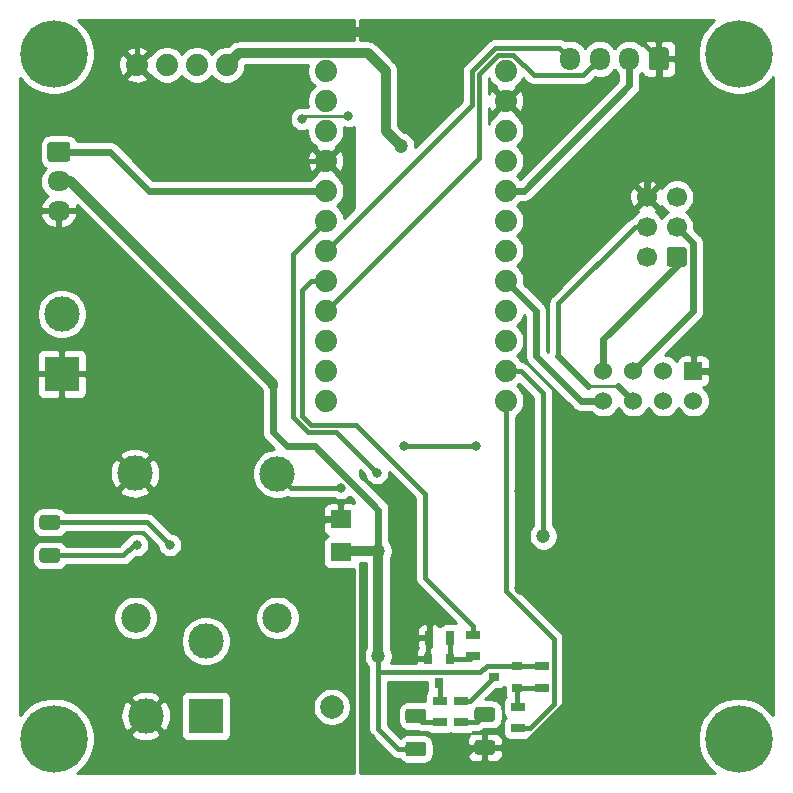
<source format=gbr>
%TF.GenerationSoftware,KiCad,Pcbnew,5.1.9+dfsg1-1*%
%TF.CreationDate,2021-08-27T09:59:16+02:00*%
%TF.ProjectId,ws2812b_ctrl_RF,77733238-3132-4625-9f63-74726c5f5246,rev?*%
%TF.SameCoordinates,Original*%
%TF.FileFunction,Copper,L1,Top*%
%TF.FilePolarity,Positive*%
%FSLAX46Y46*%
G04 Gerber Fmt 4.6, Leading zero omitted, Abs format (unit mm)*
G04 Created by KiCad (PCBNEW 5.1.9+dfsg1-1) date 2021-08-27 09:59:16*
%MOMM*%
%LPD*%
G01*
G04 APERTURE LIST*
%TA.AperFunction,ComponentPad*%
%ADD10C,2.000000*%
%TD*%
%TA.AperFunction,ComponentPad*%
%ADD11C,1.879600*%
%TD*%
%TA.AperFunction,ComponentPad*%
%ADD12C,1.700000*%
%TD*%
%TA.AperFunction,ComponentPad*%
%ADD13O,1.700000X1.950000*%
%TD*%
%TA.AperFunction,ComponentPad*%
%ADD14O,1.950000X1.700000*%
%TD*%
%TA.AperFunction,SMDPad,CuDef*%
%ADD15R,1.198880X0.797560*%
%TD*%
%TA.AperFunction,SMDPad,CuDef*%
%ADD16R,0.797560X1.198880*%
%TD*%
%TA.AperFunction,SMDPad,CuDef*%
%ADD17R,0.800000X0.900000*%
%TD*%
%TA.AperFunction,ComponentPad*%
%ADD18C,3.600000*%
%TD*%
%TA.AperFunction,ConnectorPad*%
%ADD19C,5.700000*%
%TD*%
%TA.AperFunction,ComponentPad*%
%ADD20C,3.000000*%
%TD*%
%TA.AperFunction,ComponentPad*%
%ADD21R,3.000000X3.000000*%
%TD*%
%TA.AperFunction,SMDPad,CuDef*%
%ADD22R,1.798320X1.597660*%
%TD*%
%TA.AperFunction,ComponentPad*%
%ADD23C,2.500000*%
%TD*%
%TA.AperFunction,ComponentPad*%
%ADD24R,1.524000X1.524000*%
%TD*%
%TA.AperFunction,ComponentPad*%
%ADD25C,1.524000*%
%TD*%
%TA.AperFunction,SMDPad,CuDef*%
%ADD26R,0.900000X0.800000*%
%TD*%
%TA.AperFunction,ViaPad*%
%ADD27C,1.200000*%
%TD*%
%TA.AperFunction,ViaPad*%
%ADD28C,0.800000*%
%TD*%
%TA.AperFunction,Conductor*%
%ADD29C,0.304800*%
%TD*%
%TA.AperFunction,Conductor*%
%ADD30C,0.609600*%
%TD*%
%TA.AperFunction,Conductor*%
%ADD31C,0.406400*%
%TD*%
%TA.AperFunction,Conductor*%
%ADD32C,0.812800*%
%TD*%
%TA.AperFunction,Conductor*%
%ADD33C,0.254000*%
%TD*%
%TA.AperFunction,Conductor*%
%ADD34C,0.100000*%
%TD*%
G04 APERTURE END LIST*
D10*
%TO.P,J3,1*%
%TO.N,/(CLK&~MOSI~&PWM)||(CLK&MOSI)*%
X97028000Y-128778000D03*
%TD*%
D11*
%TO.P,B1,24*%
%TO.N,N/C*%
X111760000Y-74930000D03*
%TO.P,B1,23*%
%TO.N,GND*%
X111760000Y-77470000D03*
%TO.P,B1,22*%
%TO.N,/~RST*%
X111760000Y-80010000D03*
%TO.P,B1,21*%
%TO.N,+5V*%
X111760000Y-82550000D03*
%TO.P,B1,20*%
%TO.N,/ExtADC*%
X111760000Y-85090000D03*
%TO.P,B1,19*%
%TO.N,/Vsup*%
X111760000Y-87630000D03*
%TO.P,B1,18*%
%TO.N,/nRFCE*%
X111760000Y-90170000D03*
%TO.P,B1,17*%
%TO.N,/nRFIRQ*%
X111760000Y-92710000D03*
%TO.P,B1,16*%
%TO.N,/SCK*%
X111760000Y-95250000D03*
%TO.P,B1,15*%
%TO.N,/MISO*%
X111760000Y-97790000D03*
%TO.P,B1,14*%
%TO.N,/MOSI*%
X111760000Y-100330000D03*
%TO.P,B1,13*%
%TO.N,/~SS*%
X111760000Y-102870000D03*
%TO.P,B1,12*%
%TO.N,/V33CTL*%
X96520000Y-102870000D03*
%TO.P,B1,11*%
%TO.N,/RLYCTL*%
X96520000Y-100330000D03*
%TO.P,B1,10*%
%TO.N,/Vsup*%
X96520000Y-97790000D03*
%TO.P,B1,9*%
%TO.N,/ExtPWM*%
X96520000Y-95250000D03*
%TO.P,B1,8*%
%TO.N,/DBGCTL*%
X96520000Y-92710000D03*
%TO.P,B1,7*%
%TO.N,/ExtIC*%
X96520000Y-90170000D03*
%TO.P,B1,6*%
%TO.N,/PWM*%
X96520000Y-87630000D03*
%TO.P,B1,5*%
%TO.N,/INT0*%
X96520000Y-85090000D03*
%TO.P,B1,4*%
%TO.N,GND*%
X96520000Y-82550000D03*
%TO.P,B1,3*%
%TO.N,N/C*%
X96520000Y-80010000D03*
%TO.P,B1,2*%
%TO.N,/RX*%
X96520000Y-77470000D03*
%TO.P,B1,1*%
%TO.N,/TX*%
X96520000Y-74930000D03*
%TD*%
%TO.P,ISP1,1*%
%TO.N,/MISO*%
%TA.AperFunction,ComponentPad*%
G36*
G01*
X127088000Y-90078000D02*
X127088000Y-91278000D01*
G75*
G02*
X126838000Y-91528000I-250000J0D01*
G01*
X125638000Y-91528000D01*
G75*
G02*
X125388000Y-91278000I0J250000D01*
G01*
X125388000Y-90078000D01*
G75*
G02*
X125638000Y-89828000I250000J0D01*
G01*
X126838000Y-89828000D01*
G75*
G02*
X127088000Y-90078000I0J-250000D01*
G01*
G37*
%TD.AperFunction*%
D12*
%TO.P,ISP1,3*%
%TO.N,/SCK*%
X126238000Y-88138000D03*
%TO.P,ISP1,5*%
%TO.N,/~RST*%
X126238000Y-85598000D03*
%TO.P,ISP1,2*%
%TO.N,+5V*%
X123698000Y-90678000D03*
%TO.P,ISP1,4*%
%TO.N,/MOSI*%
X123698000Y-88138000D03*
%TO.P,ISP1,6*%
%TO.N,GND*%
X123698000Y-85598000D03*
%TD*%
%TO.P,J2,1*%
%TO.N,GND*%
%TA.AperFunction,ComponentPad*%
G36*
G01*
X125564000Y-73189000D02*
X125564000Y-74639000D01*
G75*
G02*
X125314000Y-74889000I-250000J0D01*
G01*
X124114000Y-74889000D01*
G75*
G02*
X123864000Y-74639000I0J250000D01*
G01*
X123864000Y-73189000D01*
G75*
G02*
X124114000Y-72939000I250000J0D01*
G01*
X125314000Y-72939000D01*
G75*
G02*
X125564000Y-73189000I0J-250000D01*
G01*
G37*
%TD.AperFunction*%
D13*
%TO.P,J2,2*%
%TO.N,/ExtADC*%
X122214000Y-73914000D03*
%TO.P,J2,3*%
%TO.N,/ExtPWM*%
X119714000Y-73914000D03*
%TO.P,J2,4*%
%TO.N,/ExtIC*%
X117214000Y-73914000D03*
%TD*%
%TO.P,J1,1*%
%TO.N,/INT0*%
%TA.AperFunction,ComponentPad*%
G36*
G01*
X73189000Y-80938000D02*
X74639000Y-80938000D01*
G75*
G02*
X74889000Y-81188000I0J-250000D01*
G01*
X74889000Y-82388000D01*
G75*
G02*
X74639000Y-82638000I-250000J0D01*
G01*
X73189000Y-82638000D01*
G75*
G02*
X72939000Y-82388000I0J250000D01*
G01*
X72939000Y-81188000D01*
G75*
G02*
X73189000Y-80938000I250000J0D01*
G01*
G37*
%TD.AperFunction*%
D14*
%TO.P,J1,2*%
%TO.N,+5V*%
X73914000Y-84288000D03*
%TO.P,J1,3*%
%TO.N,GND*%
X73914000Y-86788000D03*
%TD*%
D11*
%TO.P,RS485,1*%
%TO.N,GND*%
X80518000Y-74422000D03*
%TO.P,RS485,2*%
%TO.N,/RX*%
X83058000Y-74422000D03*
%TO.P,RS485,3*%
%TO.N,/TX*%
X85598000Y-74422000D03*
%TO.P,RS485,4*%
%TO.N,+5V*%
X88138000Y-74422000D03*
%TD*%
D15*
%TO.P,R1,2*%
%TO.N,/~SS*%
X112776000Y-130576320D03*
%TO.P,R1,1*%
%TO.N,Net-(Q1-Pad1)*%
X112776000Y-128778000D03*
%TD*%
%TO.P,R15,2*%
%TO.N,Net-(Q1-Pad1)*%
X114808000Y-127137160D03*
%TO.P,R15,1*%
%TO.N,+5V*%
X114808000Y-125338840D03*
%TD*%
D16*
%TO.P,R12,2*%
%TO.N,GND*%
X105272840Y-122936000D03*
%TO.P,R12,1*%
%TO.N,Net-(Q3-Pad1)*%
X107071160Y-122936000D03*
%TD*%
D15*
%TO.P,R11,1*%
%TO.N,/DBGCTL*%
X108966000Y-122682000D03*
%TO.P,R11,2*%
%TO.N,Net-(Q3-Pad1)*%
X108966000Y-124480320D03*
%TD*%
%TO.P,R10,2*%
%TO.N,Net-(Q3-Pad3)*%
X106172000Y-128249680D03*
%TO.P,R10,1*%
%TO.N,Net-(DBG1-Pad1)*%
X106172000Y-130048000D03*
%TD*%
D17*
%TO.P,Q3,3*%
%TO.N,Net-(Q3-Pad3)*%
X106106000Y-126714000D03*
%TO.P,Q3,2*%
%TO.N,GND*%
X105156000Y-124714000D03*
%TO.P,Q3,1*%
%TO.N,Net-(Q3-Pad1)*%
X107056000Y-124714000D03*
%TD*%
%TO.P,DBG1,2*%
%TO.N,+5V*%
%TA.AperFunction,SMDPad,CuDef*%
G36*
G01*
X103515000Y-131715000D02*
X104765000Y-131715000D01*
G75*
G02*
X105015000Y-131965000I0J-250000D01*
G01*
X105015000Y-132715000D01*
G75*
G02*
X104765000Y-132965000I-250000J0D01*
G01*
X103515000Y-132965000D01*
G75*
G02*
X103265000Y-132715000I0J250000D01*
G01*
X103265000Y-131965000D01*
G75*
G02*
X103515000Y-131715000I250000J0D01*
G01*
G37*
%TD.AperFunction*%
%TO.P,DBG1,1*%
%TO.N,Net-(DBG1-Pad1)*%
%TA.AperFunction,SMDPad,CuDef*%
G36*
G01*
X103515000Y-128915000D02*
X104765000Y-128915000D01*
G75*
G02*
X105015000Y-129165000I0J-250000D01*
G01*
X105015000Y-129915000D01*
G75*
G02*
X104765000Y-130165000I-250000J0D01*
G01*
X103515000Y-130165000D01*
G75*
G02*
X103265000Y-129915000I0J250000D01*
G01*
X103265000Y-129165000D01*
G75*
G02*
X103515000Y-128915000I250000J0D01*
G01*
G37*
%TD.AperFunction*%
%TD*%
D18*
%TO.P,H4,1*%
%TO.N,N/C*%
X73479000Y-131479000D03*
D19*
X73479000Y-131479000D03*
%TD*%
D18*
%TO.P,H3,1*%
%TO.N,N/C*%
X131479000Y-131479000D03*
D19*
X131479000Y-131479000D03*
%TD*%
D18*
%TO.P,H2,1*%
%TO.N,N/C*%
X131479000Y-73479000D03*
D19*
X131479000Y-73479000D03*
%TD*%
D18*
%TO.P,H1,1*%
%TO.N,N/C*%
X73479000Y-73479000D03*
D19*
X73479000Y-73479000D03*
%TD*%
D20*
%TO.P,WS2812B1,2*%
%TO.N,GND*%
X81280000Y-129540000D03*
D21*
%TO.P,WS2812B1,1*%
%TO.N,Net-(K1-Pad1)*%
X86360000Y-129540000D03*
%TD*%
D20*
%TO.P,SUPPLY1,2*%
%TO.N,VCC*%
X74168000Y-95504000D03*
D21*
%TO.P,SUPPLY1,1*%
%TO.N,GND*%
X74168000Y-100584000D03*
%TD*%
D22*
%TO.P,C2,1*%
%TO.N,+5V*%
X97790000Y-115699540D03*
%TO.P,C2,2*%
%TO.N,GND*%
X97790000Y-112900460D03*
%TD*%
D23*
%TO.P,K1,2*%
%TO.N,Net-(D1-Pad2)*%
X92410000Y-121240000D03*
D20*
%TO.P,K1,3*%
%TO.N,VCC*%
X92410000Y-109040000D03*
%TO.P,K1,4*%
%TO.N,GND*%
X80360000Y-108990000D03*
D23*
%TO.P,K1,5*%
%TO.N,VCC*%
X80410000Y-121240000D03*
D20*
%TO.P,K1,1*%
%TO.N,Net-(K1-Pad1)*%
X86360000Y-123190000D03*
%TD*%
D24*
%TO.P,nRF24L1,1*%
%TO.N,GND*%
X127635000Y-100330000D03*
D25*
%TO.P,nRF24L1,2*%
%TO.N,/3.3V*%
X127635000Y-102870000D03*
%TO.P,nRF24L1,3*%
%TO.N,/nRFCE*%
X125095000Y-100330000D03*
%TO.P,nRF24L1,4*%
%TO.N,/~SS*%
X125095000Y-102870000D03*
%TO.P,nRF24L1,5*%
%TO.N,/SCK*%
X122555000Y-100330000D03*
%TO.P,nRF24L1,6*%
%TO.N,/MOSI*%
X122555000Y-102870000D03*
%TO.P,nRF24L1,7*%
%TO.N,/MISO*%
X120015000Y-100330000D03*
%TO.P,nRF24L1,8*%
%TO.N,/nRFIRQ*%
X120015000Y-102870000D03*
%TD*%
D26*
%TO.P,Q1,3*%
%TO.N,Net-(Q1-Pad3)*%
X110744000Y-126238000D03*
%TO.P,Q1,2*%
%TO.N,+5V*%
X112744000Y-125288000D03*
%TO.P,Q1,1*%
%TO.N,Net-(Q1-Pad1)*%
X112744000Y-127188000D03*
%TD*%
D15*
%TO.P,R3,1*%
%TO.N,Net-(Q1-Pad3)*%
X107950000Y-128270000D03*
%TO.P,R3,2*%
%TO.N,Net-(R3-Pad2)*%
X107950000Y-130068320D03*
%TD*%
%TO.P,RLY1,2*%
%TO.N,VCC*%
%TA.AperFunction,SMDPad,CuDef*%
G36*
G01*
X72527000Y-115329000D02*
X73777000Y-115329000D01*
G75*
G02*
X74027000Y-115579000I0J-250000D01*
G01*
X74027000Y-116329000D01*
G75*
G02*
X73777000Y-116579000I-250000J0D01*
G01*
X72527000Y-116579000D01*
G75*
G02*
X72277000Y-116329000I0J250000D01*
G01*
X72277000Y-115579000D01*
G75*
G02*
X72527000Y-115329000I250000J0D01*
G01*
G37*
%TD.AperFunction*%
%TO.P,RLY1,1*%
%TO.N,Net-(R9-Pad1)*%
%TA.AperFunction,SMDPad,CuDef*%
G36*
G01*
X72527000Y-112529000D02*
X73777000Y-112529000D01*
G75*
G02*
X74027000Y-112779000I0J-250000D01*
G01*
X74027000Y-113529000D01*
G75*
G02*
X73777000Y-113779000I-250000J0D01*
G01*
X72527000Y-113779000D01*
G75*
G02*
X72277000Y-113529000I0J250000D01*
G01*
X72277000Y-112779000D01*
G75*
G02*
X72527000Y-112529000I250000J0D01*
G01*
G37*
%TD.AperFunction*%
%TD*%
%TO.P,~SS1,1*%
%TO.N,GND*%
%TA.AperFunction,SMDPad,CuDef*%
G36*
G01*
X110607000Y-132835000D02*
X109357000Y-132835000D01*
G75*
G02*
X109107000Y-132585000I0J250000D01*
G01*
X109107000Y-131835000D01*
G75*
G02*
X109357000Y-131585000I250000J0D01*
G01*
X110607000Y-131585000D01*
G75*
G02*
X110857000Y-131835000I0J-250000D01*
G01*
X110857000Y-132585000D01*
G75*
G02*
X110607000Y-132835000I-250000J0D01*
G01*
G37*
%TD.AperFunction*%
%TO.P,~SS1,2*%
%TO.N,Net-(R3-Pad2)*%
%TA.AperFunction,SMDPad,CuDef*%
G36*
G01*
X110607000Y-130035000D02*
X109357000Y-130035000D01*
G75*
G02*
X109107000Y-129785000I0J250000D01*
G01*
X109107000Y-129035000D01*
G75*
G02*
X109357000Y-128785000I250000J0D01*
G01*
X110607000Y-128785000D01*
G75*
G02*
X110857000Y-129035000I0J-250000D01*
G01*
X110857000Y-129785000D01*
G75*
G02*
X110607000Y-130035000I-250000J0D01*
G01*
G37*
%TD.AperFunction*%
%TD*%
D27*
%TO.N,GND*%
X113030000Y-118745000D03*
X113030000Y-110490000D03*
D28*
X102870000Y-124206000D03*
X100330000Y-131445000D03*
X128524000Y-111506000D03*
%TO.N,/PWM*%
X100838000Y-108966000D03*
X103124000Y-106680000D03*
X109220000Y-106680000D03*
D27*
%TO.N,/MOSI*%
X114935000Y-114300000D03*
%TO.N,+5V*%
X102870000Y-81280000D03*
X100965000Y-115570000D03*
X100965000Y-124460000D03*
D28*
X92075000Y-101473000D03*
%TO.N,/3.3V*%
X94488000Y-78994000D03*
X98425000Y-78740000D03*
%TO.N,VCC*%
X97790000Y-110236000D03*
X80518000Y-115062000D03*
%TO.N,Net-(R9-Pad1)*%
X83318000Y-115062000D03*
%TD*%
D29*
%TO.N,/RX*%
X83185000Y-74930000D02*
X83185000Y-73660000D01*
D30*
%TO.N,GND*%
X129540000Y-100965000D02*
X129540000Y-104775000D01*
X129540000Y-110490000D02*
X129540000Y-104775000D01*
X127635000Y-100330000D02*
X128905000Y-100330000D01*
X128905000Y-100330000D02*
X129540000Y-100965000D01*
X84270460Y-112900460D02*
X80360000Y-108990000D01*
X97790000Y-112900460D02*
X84270460Y-112900460D01*
D31*
X105156000Y-123052840D02*
X105272840Y-122936000D01*
X103378000Y-124714000D02*
X102870000Y-124206000D01*
X105156000Y-124714000D02*
X103378000Y-124714000D01*
X105156000Y-124714000D02*
X105156000Y-123052840D01*
X116713000Y-128502752D02*
X116713000Y-118745000D01*
X113005752Y-132210000D02*
X116713000Y-128502752D01*
X109982000Y-132210000D02*
X113005752Y-132210000D01*
D30*
X116713000Y-118745000D02*
X121285000Y-118745000D01*
X113030000Y-118745000D02*
X116713000Y-118745000D01*
D31*
X109982000Y-132210000D02*
X109090000Y-132210000D01*
X109090000Y-132210000D02*
X107442000Y-133858000D01*
X102743000Y-133858000D02*
X107442000Y-133858000D01*
X100330000Y-131445000D02*
X102743000Y-133858000D01*
X122428000Y-71628000D02*
X124714000Y-73914000D01*
X80518000Y-72898000D02*
X81788000Y-71628000D01*
X80518000Y-74422000D02*
X80518000Y-72898000D01*
D30*
X128524000Y-111506000D02*
X129540000Y-110490000D01*
X121285000Y-118745000D02*
X128524000Y-111506000D01*
X123698000Y-85598000D02*
X123698000Y-84328000D01*
X124714000Y-83312000D02*
X124714000Y-73914000D01*
X123698000Y-84328000D02*
X124714000Y-83312000D01*
D31*
X88646000Y-82550000D02*
X96520000Y-82550000D01*
X80518000Y-74422000D02*
X88646000Y-82550000D01*
D32*
X81788000Y-71628000D02*
X122428000Y-71628000D01*
D31*
%TO.N,/PWM*%
X96520000Y-87630000D02*
X93726000Y-90424000D01*
X93726000Y-104235593D02*
X94998817Y-105508410D01*
X93726000Y-90424000D02*
X93726000Y-104235593D01*
X94998817Y-105508410D02*
X97380410Y-105508410D01*
X97380410Y-105508410D02*
X100838000Y-108966000D01*
X103124000Y-106680000D02*
X109220000Y-106680000D01*
%TO.N,/~SS*%
X111760000Y-118959738D02*
X111760000Y-102870000D01*
X115810641Y-128547519D02*
X115810641Y-123010379D01*
X113781840Y-130576320D02*
X115810641Y-128547519D01*
X115810641Y-123010379D02*
X111760000Y-118959738D01*
X112776000Y-130576320D02*
X113781840Y-130576320D01*
D30*
%TO.N,/MOSI*%
X116205000Y-99060000D02*
X118745000Y-101600000D01*
D33*
X118745000Y-101600000D02*
X121285000Y-101600000D01*
D30*
X121285000Y-101600000D02*
X122555000Y-102870000D01*
D31*
X114935000Y-114300000D02*
X114935000Y-102235000D01*
X114935000Y-102235000D02*
X113030000Y-100330000D01*
X113030000Y-100330000D02*
X111760000Y-100330000D01*
X122682000Y-88138000D02*
X123698000Y-88138000D01*
X116205000Y-94615000D02*
X122682000Y-88138000D01*
X116205000Y-99060000D02*
X116205000Y-94615000D01*
D30*
%TO.N,/MISO*%
X126238000Y-91440000D02*
X120015000Y-97663000D01*
X126238000Y-90678000D02*
X126238000Y-91440000D01*
X120015000Y-100330000D02*
X120015000Y-97663000D01*
%TO.N,/SCK*%
X123825000Y-99060000D02*
X122555000Y-100330000D01*
X127592810Y-95292190D02*
X123825000Y-99060000D01*
X127592810Y-89492810D02*
X127592810Y-95292190D01*
X126238000Y-88138000D02*
X127592810Y-89492810D01*
%TO.N,/nRFIRQ*%
X120015000Y-102870000D02*
X118110000Y-102870000D01*
X118110000Y-102870000D02*
X114300000Y-99060000D01*
X111760000Y-92710000D02*
X114046000Y-94996000D01*
X114300000Y-95250000D02*
X114046000Y-94996000D01*
X114300000Y-99060000D02*
X114300000Y-95250000D01*
D32*
%TO.N,+5V*%
X92075000Y-101600000D02*
X92075000Y-101473000D01*
D31*
X97919540Y-115570000D02*
X97790000Y-115699540D01*
D32*
X100965000Y-115570000D02*
X97919540Y-115570000D01*
X100965000Y-124460000D02*
X100965000Y-115570000D01*
X101600000Y-80010000D02*
X102870000Y-81280000D01*
X101600000Y-74930000D02*
X101600000Y-80010000D01*
D31*
X114757160Y-125288000D02*
X114808000Y-125338840D01*
X112744000Y-125288000D02*
X114757160Y-125288000D01*
X102622000Y-132340000D02*
X100965000Y-130683000D01*
X104140000Y-132340000D02*
X102622000Y-132340000D01*
X112744000Y-125288000D02*
X110170000Y-125288000D01*
X100968799Y-125860799D02*
X100965000Y-125857000D01*
X109597201Y-125860799D02*
X100968799Y-125860799D01*
X110170000Y-125288000D02*
X109597201Y-125860799D01*
X100965000Y-125857000D02*
X100965000Y-124460000D01*
X100965000Y-130683000D02*
X100965000Y-125857000D01*
D32*
X100053799Y-73383799D02*
X101600000Y-74930000D01*
X89176201Y-73383799D02*
X100053799Y-73383799D01*
X88138000Y-74422000D02*
X89176201Y-73383799D01*
X74890000Y-84288000D02*
X92075000Y-101473000D01*
X73914000Y-84288000D02*
X74890000Y-84288000D01*
D30*
X100965000Y-112071894D02*
X100965000Y-115570000D01*
X95573106Y-106680000D02*
X100965000Y-112071894D01*
X93218000Y-106680000D02*
X95573106Y-106680000D01*
X92075000Y-105537000D02*
X93218000Y-106680000D01*
X92075000Y-101473000D02*
X92075000Y-105537000D01*
D31*
%TO.N,Net-(Q1-Pad3)*%
X108712000Y-128270000D02*
X110744000Y-126238000D01*
X107950000Y-128270000D02*
X108712000Y-128270000D01*
%TO.N,Net-(R3-Pad2)*%
X109323680Y-130068320D02*
X109982000Y-129410000D01*
X107950000Y-130068320D02*
X109323680Y-130068320D01*
D33*
%TO.N,/3.3V*%
X98425000Y-78740000D02*
X94742000Y-78740000D01*
X94488000Y-78994000D02*
X94742000Y-78740000D01*
D31*
%TO.N,VCC*%
X93606000Y-110236000D02*
X92410000Y-109040000D01*
X97790000Y-110236000D02*
X93606000Y-110236000D01*
X73152000Y-115954000D02*
X79372000Y-115954000D01*
X80264000Y-115062000D02*
X80518000Y-115062000D01*
X79372000Y-115954000D02*
X80264000Y-115062000D01*
%TO.N,Net-(R9-Pad1)*%
X73152000Y-113154000D02*
X81404000Y-113154000D01*
X83312000Y-115062000D02*
X83318000Y-115062000D01*
X81404000Y-113154000D02*
X83312000Y-115062000D01*
%TO.N,Net-(DBG1-Pad1)*%
X106296000Y-130172000D02*
X106172000Y-130048000D01*
X104648000Y-130048000D02*
X104140000Y-129540000D01*
X106172000Y-130048000D02*
X104648000Y-130048000D01*
%TO.N,Net-(Q1-Pad1)*%
X114757160Y-127188000D02*
X114808000Y-127137160D01*
X112744000Y-127188000D02*
X114757160Y-127188000D01*
X112744000Y-128746000D02*
X112776000Y-128778000D01*
X112744000Y-127188000D02*
X112744000Y-128746000D01*
%TO.N,Net-(Q3-Pad3)*%
X106172000Y-126780000D02*
X106106000Y-126714000D01*
X106172000Y-128249680D02*
X106172000Y-126780000D01*
%TO.N,Net-(Q3-Pad1)*%
X108732320Y-124714000D02*
X108966000Y-124480320D01*
X107071160Y-124698840D02*
X107056000Y-124714000D01*
X107071160Y-122936000D02*
X107071160Y-124698840D01*
X107056000Y-124714000D02*
X108732320Y-124714000D01*
%TO.N,/DBGCTL*%
X108966000Y-121920000D02*
X108966000Y-122682000D01*
X104902000Y-110744000D02*
X104902000Y-117856000D01*
X95250000Y-104902000D02*
X99060000Y-104902000D01*
X104902000Y-117856000D02*
X108966000Y-121920000D01*
X94488000Y-104140000D02*
X95250000Y-104902000D01*
X94488000Y-93472000D02*
X94488000Y-104140000D01*
X99060000Y-104902000D02*
X104902000Y-110744000D01*
X95250000Y-92710000D02*
X94488000Y-93472000D01*
X96520000Y-92710000D02*
X95250000Y-92710000D01*
D30*
%TO.N,/INT0*%
X96520000Y-85090000D02*
X81534000Y-85090000D01*
X78232000Y-81788000D02*
X73914000Y-81788000D01*
X81534000Y-85090000D02*
X78232000Y-81788000D01*
D31*
%TO.N,/ExtPWM*%
X118335790Y-75292210D02*
X119714000Y-73914000D01*
X114109852Y-75292210D02*
X118335790Y-75292210D01*
X112404641Y-73586999D02*
X114109852Y-75292210D01*
X111115359Y-73586999D02*
X112404641Y-73586999D01*
X109474000Y-75228358D02*
X111115359Y-73586999D01*
X109474000Y-82296000D02*
X109474000Y-75228358D01*
X96520000Y-95250000D02*
X109474000Y-82296000D01*
D30*
%TO.N,/ExtADC*%
X111760000Y-85090000D02*
X113284000Y-85090000D01*
X122214000Y-76160000D02*
X122214000Y-73914000D01*
X113284000Y-85090000D02*
X122214000Y-76160000D01*
D31*
%TO.N,/ExtIC*%
X116280589Y-72980589D02*
X117214000Y-73914000D01*
X110864176Y-72980589D02*
X116280589Y-72980589D01*
X108867590Y-77822410D02*
X108867590Y-74977175D01*
X108867590Y-74977175D02*
X110864176Y-72980589D01*
X96520000Y-90170000D02*
X108867590Y-77822410D01*
%TD*%
D33*
%TO.N,GND*%
X129257442Y-70772024D02*
X128772024Y-71257442D01*
X128390633Y-71828234D01*
X128127927Y-72462463D01*
X127994000Y-73135758D01*
X127994000Y-73822242D01*
X128127927Y-74495537D01*
X128390633Y-75129766D01*
X128772024Y-75700558D01*
X129257442Y-76185976D01*
X129828234Y-76567367D01*
X130462463Y-76830073D01*
X131135758Y-76964000D01*
X131822242Y-76964000D01*
X132495537Y-76830073D01*
X133129766Y-76567367D01*
X133700558Y-76185976D01*
X134185976Y-75700558D01*
X134340001Y-75470043D01*
X134340000Y-129487955D01*
X134185976Y-129257442D01*
X133700558Y-128772024D01*
X133129766Y-128390633D01*
X132495537Y-128127927D01*
X131822242Y-127994000D01*
X131135758Y-127994000D01*
X130462463Y-128127927D01*
X129828234Y-128390633D01*
X129257442Y-128772024D01*
X128772024Y-129257442D01*
X128390633Y-129828234D01*
X128127927Y-130462463D01*
X127994000Y-131135758D01*
X127994000Y-131822242D01*
X128127927Y-132495537D01*
X128390633Y-133129766D01*
X128772024Y-133700558D01*
X129257442Y-134185976D01*
X129487955Y-134340000D01*
X99441000Y-134340000D01*
X99441000Y-116611400D01*
X99923601Y-116611400D01*
X99923600Y-123795624D01*
X99870557Y-123875008D01*
X99777460Y-124099764D01*
X99730000Y-124338363D01*
X99730000Y-124581637D01*
X99777460Y-124820236D01*
X99870557Y-125044992D01*
X100005713Y-125247267D01*
X100126800Y-125368354D01*
X100126800Y-125815837D01*
X100122746Y-125857000D01*
X100126800Y-125898163D01*
X100126800Y-125898169D01*
X100126801Y-125898179D01*
X100126800Y-130641837D01*
X100122746Y-130683000D01*
X100126800Y-130724163D01*
X100126800Y-130724169D01*
X100138929Y-130847315D01*
X100186858Y-131005316D01*
X100264691Y-131150931D01*
X100369436Y-131278564D01*
X100401418Y-131304811D01*
X102000194Y-132903587D01*
X102026436Y-132935564D01*
X102154068Y-133040309D01*
X102299683Y-133118142D01*
X102457684Y-133166071D01*
X102580830Y-133178200D01*
X102580837Y-133178200D01*
X102622000Y-133182254D01*
X102663163Y-133178200D01*
X102760460Y-133178200D01*
X102776595Y-133208386D01*
X102887038Y-133342962D01*
X103021614Y-133453405D01*
X103175150Y-133535472D01*
X103341746Y-133586008D01*
X103515000Y-133603072D01*
X104765000Y-133603072D01*
X104938254Y-133586008D01*
X105104850Y-133535472D01*
X105258386Y-133453405D01*
X105392962Y-133342962D01*
X105503405Y-133208386D01*
X105585472Y-133054850D01*
X105636008Y-132888254D01*
X105641253Y-132835000D01*
X108468928Y-132835000D01*
X108481188Y-132959482D01*
X108517498Y-133079180D01*
X108576463Y-133189494D01*
X108655815Y-133286185D01*
X108752506Y-133365537D01*
X108862820Y-133424502D01*
X108982518Y-133460812D01*
X109107000Y-133473072D01*
X109696250Y-133470000D01*
X109855000Y-133311250D01*
X109855000Y-132337000D01*
X110109000Y-132337000D01*
X110109000Y-133311250D01*
X110267750Y-133470000D01*
X110857000Y-133473072D01*
X110981482Y-133460812D01*
X111101180Y-133424502D01*
X111211494Y-133365537D01*
X111308185Y-133286185D01*
X111387537Y-133189494D01*
X111446502Y-133079180D01*
X111482812Y-132959482D01*
X111495072Y-132835000D01*
X111492000Y-132495750D01*
X111333250Y-132337000D01*
X110109000Y-132337000D01*
X109855000Y-132337000D01*
X108630750Y-132337000D01*
X108472000Y-132495750D01*
X108468928Y-132835000D01*
X105641253Y-132835000D01*
X105653072Y-132715000D01*
X105653072Y-131965000D01*
X105636008Y-131791746D01*
X105585472Y-131625150D01*
X105503405Y-131471614D01*
X105392962Y-131337038D01*
X105258386Y-131226595D01*
X105104850Y-131144528D01*
X104938254Y-131093992D01*
X104765000Y-131076928D01*
X103515000Y-131076928D01*
X103341746Y-131093992D01*
X103175150Y-131144528D01*
X103021614Y-131226595D01*
X102887038Y-131337038D01*
X102849803Y-131382409D01*
X101803200Y-130335807D01*
X101803200Y-126698999D01*
X105067928Y-126698999D01*
X105067928Y-127164000D01*
X105080188Y-127288482D01*
X105115939Y-127406338D01*
X105042023Y-127496406D01*
X104983058Y-127606720D01*
X104946748Y-127726418D01*
X104934488Y-127850900D01*
X104934488Y-128293621D01*
X104765000Y-128276928D01*
X103515000Y-128276928D01*
X103341746Y-128293992D01*
X103175150Y-128344528D01*
X103021614Y-128426595D01*
X102887038Y-128537038D01*
X102776595Y-128671614D01*
X102694528Y-128825150D01*
X102643992Y-128991746D01*
X102626928Y-129165000D01*
X102626928Y-129915000D01*
X102643992Y-130088254D01*
X102694528Y-130254850D01*
X102776595Y-130408386D01*
X102887038Y-130542962D01*
X103021614Y-130653405D01*
X103175150Y-130735472D01*
X103341746Y-130786008D01*
X103515000Y-130803072D01*
X104282522Y-130803072D01*
X104325683Y-130826142D01*
X104483684Y-130874071D01*
X104606830Y-130886200D01*
X104606839Y-130886200D01*
X104647999Y-130890254D01*
X104689159Y-130886200D01*
X105111720Y-130886200D01*
X105121375Y-130897965D01*
X105218066Y-130977317D01*
X105328380Y-131036282D01*
X105448078Y-131072592D01*
X105572560Y-131084852D01*
X106771440Y-131084852D01*
X106895922Y-131072592D01*
X107015620Y-131036282D01*
X107041992Y-131022185D01*
X107106380Y-131056602D01*
X107226078Y-131092912D01*
X107350560Y-131105172D01*
X108549440Y-131105172D01*
X108673922Y-131092912D01*
X108724263Y-131077641D01*
X108655815Y-131133815D01*
X108576463Y-131230506D01*
X108517498Y-131340820D01*
X108481188Y-131460518D01*
X108468928Y-131585000D01*
X108472000Y-131924250D01*
X108630750Y-132083000D01*
X109855000Y-132083000D01*
X109855000Y-131108750D01*
X110109000Y-131108750D01*
X110109000Y-132083000D01*
X111333250Y-132083000D01*
X111492000Y-131924250D01*
X111495072Y-131585000D01*
X111482812Y-131460518D01*
X111446502Y-131340820D01*
X111387537Y-131230506D01*
X111308185Y-131133815D01*
X111211494Y-131054463D01*
X111101180Y-130995498D01*
X110981482Y-130959188D01*
X110857000Y-130946928D01*
X110267750Y-130950000D01*
X110109000Y-131108750D01*
X109855000Y-131108750D01*
X109696250Y-130950000D01*
X109107000Y-130946928D01*
X108982518Y-130959188D01*
X108932177Y-130974459D01*
X109000625Y-130918285D01*
X109010280Y-130906520D01*
X109282517Y-130906520D01*
X109323680Y-130910574D01*
X109364843Y-130906520D01*
X109364850Y-130906520D01*
X109487996Y-130894391D01*
X109645997Y-130846462D01*
X109791612Y-130768629D01*
X109908048Y-130673072D01*
X110607000Y-130673072D01*
X110780254Y-130656008D01*
X110946850Y-130605472D01*
X111100386Y-130523405D01*
X111234962Y-130412962D01*
X111345405Y-130278386D01*
X111427472Y-130124850D01*
X111478008Y-129958254D01*
X111495072Y-129785000D01*
X111495072Y-129035000D01*
X111478008Y-128861746D01*
X111427472Y-128695150D01*
X111345405Y-128541614D01*
X111234962Y-128407038D01*
X111100386Y-128296595D01*
X110946850Y-128214528D01*
X110780254Y-128163992D01*
X110607000Y-128146928D01*
X110020465Y-128146928D01*
X110891322Y-127276072D01*
X111194000Y-127276072D01*
X111318482Y-127263812D01*
X111438180Y-127227502D01*
X111548494Y-127168537D01*
X111645185Y-127089185D01*
X111655928Y-127076095D01*
X111655928Y-127588000D01*
X111668188Y-127712482D01*
X111704498Y-127832180D01*
X111746477Y-127910717D01*
X111725375Y-127928035D01*
X111646023Y-128024726D01*
X111587058Y-128135040D01*
X111550748Y-128254738D01*
X111538488Y-128379220D01*
X111538488Y-129176780D01*
X111550748Y-129301262D01*
X111587058Y-129420960D01*
X111646023Y-129531274D01*
X111725375Y-129627965D01*
X111785319Y-129677160D01*
X111725375Y-129726355D01*
X111646023Y-129823046D01*
X111587058Y-129933360D01*
X111550748Y-130053058D01*
X111538488Y-130177540D01*
X111538488Y-130975100D01*
X111550748Y-131099582D01*
X111587058Y-131219280D01*
X111646023Y-131329594D01*
X111725375Y-131426285D01*
X111822066Y-131505637D01*
X111932380Y-131564602D01*
X112052078Y-131600912D01*
X112176560Y-131613172D01*
X113375440Y-131613172D01*
X113499922Y-131600912D01*
X113619620Y-131564602D01*
X113729934Y-131505637D01*
X113826625Y-131426285D01*
X113837447Y-131413098D01*
X113946156Y-131402391D01*
X114104157Y-131354462D01*
X114249772Y-131276629D01*
X114377404Y-131171884D01*
X114403651Y-131139902D01*
X116374230Y-129169324D01*
X116406205Y-129143083D01*
X116487521Y-129044000D01*
X116510950Y-129015451D01*
X116588783Y-128869836D01*
X116636712Y-128711835D01*
X116640673Y-128671614D01*
X116648841Y-128588689D01*
X116648841Y-128588682D01*
X116652895Y-128547519D01*
X116648841Y-128506356D01*
X116648841Y-123051538D01*
X116652895Y-123010378D01*
X116648841Y-122969218D01*
X116648841Y-122969209D01*
X116636712Y-122846063D01*
X116588783Y-122688062D01*
X116510950Y-122542447D01*
X116488888Y-122515564D01*
X116432449Y-122446793D01*
X116432447Y-122446791D01*
X116406205Y-122414815D01*
X116374229Y-122388573D01*
X112598200Y-118612545D01*
X112598200Y-104203929D01*
X112763877Y-104093227D01*
X112983227Y-103873877D01*
X113155570Y-103615948D01*
X113274282Y-103329352D01*
X113334800Y-103025104D01*
X113334800Y-102714896D01*
X113274282Y-102410648D01*
X113155570Y-102124052D01*
X112983227Y-101866123D01*
X112763877Y-101646773D01*
X112693876Y-101600000D01*
X112763877Y-101553227D01*
X112915855Y-101401249D01*
X114096801Y-102582195D01*
X114096800Y-113391646D01*
X113975713Y-113512733D01*
X113840557Y-113715008D01*
X113747460Y-113939764D01*
X113700000Y-114178363D01*
X113700000Y-114421637D01*
X113747460Y-114660236D01*
X113840557Y-114884992D01*
X113975713Y-115087267D01*
X114147733Y-115259287D01*
X114350008Y-115394443D01*
X114574764Y-115487540D01*
X114813363Y-115535000D01*
X115056637Y-115535000D01*
X115295236Y-115487540D01*
X115519992Y-115394443D01*
X115722267Y-115259287D01*
X115894287Y-115087267D01*
X116029443Y-114884992D01*
X116122540Y-114660236D01*
X116170000Y-114421637D01*
X116170000Y-114178363D01*
X116122540Y-113939764D01*
X116029443Y-113715008D01*
X115894287Y-113512733D01*
X115773200Y-113391646D01*
X115773200Y-102276163D01*
X115777254Y-102235000D01*
X115773200Y-102193837D01*
X115773200Y-102193830D01*
X115761071Y-102070684D01*
X115713142Y-101912683D01*
X115635309Y-101767068D01*
X115602426Y-101727000D01*
X115556808Y-101671414D01*
X115556806Y-101671412D01*
X115530564Y-101639436D01*
X115498588Y-101613194D01*
X113651811Y-99766418D01*
X113625564Y-99734436D01*
X113497932Y-99629691D01*
X113352317Y-99551858D01*
X113194316Y-99503929D01*
X113095532Y-99494200D01*
X112983227Y-99326123D01*
X112763877Y-99106773D01*
X112693876Y-99060000D01*
X112763877Y-99013227D01*
X112983227Y-98793877D01*
X113155570Y-98535948D01*
X113274282Y-98249352D01*
X113334800Y-97945104D01*
X113334800Y-97634896D01*
X113274282Y-97330648D01*
X113155570Y-97044052D01*
X112983227Y-96786123D01*
X112763877Y-96566773D01*
X112693876Y-96520000D01*
X112763877Y-96473227D01*
X112983227Y-96253877D01*
X113155570Y-95995948D01*
X113274282Y-95709352D01*
X113300163Y-95579240D01*
X113360201Y-95639279D01*
X113360200Y-99013843D01*
X113355654Y-99060000D01*
X113360200Y-99106157D01*
X113360200Y-99106166D01*
X113373798Y-99244232D01*
X113427537Y-99421385D01*
X113514804Y-99584651D01*
X113632246Y-99727754D01*
X113668115Y-99757191D01*
X117412818Y-103501896D01*
X117442246Y-103537754D01*
X117478104Y-103567182D01*
X117478106Y-103567184D01*
X117585348Y-103655196D01*
X117748612Y-103742462D01*
X117748614Y-103742463D01*
X117925767Y-103796202D01*
X118063833Y-103809800D01*
X118063843Y-103809800D01*
X118110000Y-103814346D01*
X118156157Y-103809800D01*
X118979145Y-103809800D01*
X119124465Y-103955120D01*
X119353273Y-104108005D01*
X119607510Y-104213314D01*
X119877408Y-104267000D01*
X120152592Y-104267000D01*
X120422490Y-104213314D01*
X120676727Y-104108005D01*
X120905535Y-103955120D01*
X121100120Y-103760535D01*
X121253005Y-103531727D01*
X121285000Y-103454485D01*
X121316995Y-103531727D01*
X121469880Y-103760535D01*
X121664465Y-103955120D01*
X121893273Y-104108005D01*
X122147510Y-104213314D01*
X122417408Y-104267000D01*
X122692592Y-104267000D01*
X122962490Y-104213314D01*
X123216727Y-104108005D01*
X123445535Y-103955120D01*
X123640120Y-103760535D01*
X123793005Y-103531727D01*
X123825000Y-103454485D01*
X123856995Y-103531727D01*
X124009880Y-103760535D01*
X124204465Y-103955120D01*
X124433273Y-104108005D01*
X124687510Y-104213314D01*
X124957408Y-104267000D01*
X125232592Y-104267000D01*
X125502490Y-104213314D01*
X125756727Y-104108005D01*
X125985535Y-103955120D01*
X126180120Y-103760535D01*
X126333005Y-103531727D01*
X126365000Y-103454485D01*
X126396995Y-103531727D01*
X126549880Y-103760535D01*
X126744465Y-103955120D01*
X126973273Y-104108005D01*
X127227510Y-104213314D01*
X127497408Y-104267000D01*
X127772592Y-104267000D01*
X128042490Y-104213314D01*
X128296727Y-104108005D01*
X128525535Y-103955120D01*
X128720120Y-103760535D01*
X128873005Y-103531727D01*
X128978314Y-103277490D01*
X129032000Y-103007592D01*
X129032000Y-102732408D01*
X128978314Y-102462510D01*
X128873005Y-102208273D01*
X128720120Y-101979465D01*
X128525535Y-101784880D01*
X128437535Y-101726080D01*
X128521482Y-101717812D01*
X128641180Y-101681502D01*
X128751494Y-101622537D01*
X128848185Y-101543185D01*
X128927537Y-101446494D01*
X128986502Y-101336180D01*
X129022812Y-101216482D01*
X129035072Y-101092000D01*
X129032000Y-100615750D01*
X128873250Y-100457000D01*
X127762000Y-100457000D01*
X127762000Y-100477000D01*
X127508000Y-100477000D01*
X127508000Y-100457000D01*
X127488000Y-100457000D01*
X127488000Y-100203000D01*
X127508000Y-100203000D01*
X127508000Y-99091750D01*
X127762000Y-99091750D01*
X127762000Y-100203000D01*
X128873250Y-100203000D01*
X129032000Y-100044250D01*
X129035072Y-99568000D01*
X129022812Y-99443518D01*
X128986502Y-99323820D01*
X128927537Y-99213506D01*
X128848185Y-99116815D01*
X128751494Y-99037463D01*
X128641180Y-98978498D01*
X128521482Y-98942188D01*
X128397000Y-98929928D01*
X127920750Y-98933000D01*
X127762000Y-99091750D01*
X127508000Y-99091750D01*
X127349250Y-98933000D01*
X126873000Y-98929928D01*
X126748518Y-98942188D01*
X126628820Y-98978498D01*
X126518506Y-99037463D01*
X126421815Y-99116815D01*
X126342463Y-99213506D01*
X126283498Y-99323820D01*
X126247188Y-99443518D01*
X126238920Y-99527465D01*
X126180120Y-99439465D01*
X125985535Y-99244880D01*
X125756727Y-99091995D01*
X125502490Y-98986686D01*
X125273032Y-98941044D01*
X128224700Y-95989377D01*
X128260564Y-95959944D01*
X128354434Y-95845564D01*
X128378006Y-95816842D01*
X128424651Y-95729575D01*
X128465273Y-95653576D01*
X128519012Y-95476423D01*
X128532610Y-95338357D01*
X128532610Y-95338348D01*
X128537156Y-95292191D01*
X128532610Y-95246034D01*
X128532610Y-89538967D01*
X128537156Y-89492810D01*
X128532610Y-89446653D01*
X128532610Y-89446643D01*
X128519012Y-89308577D01*
X128465273Y-89131424D01*
X128408693Y-89025570D01*
X128378006Y-88968158D01*
X128289994Y-88860916D01*
X128289992Y-88860914D01*
X128260564Y-88825056D01*
X128224705Y-88795628D01*
X127721397Y-88292320D01*
X127723000Y-88284260D01*
X127723000Y-87991740D01*
X127665932Y-87704842D01*
X127553990Y-87434589D01*
X127391475Y-87191368D01*
X127184632Y-86984525D01*
X127010240Y-86868000D01*
X127184632Y-86751475D01*
X127391475Y-86544632D01*
X127553990Y-86301411D01*
X127665932Y-86031158D01*
X127723000Y-85744260D01*
X127723000Y-85451740D01*
X127665932Y-85164842D01*
X127553990Y-84894589D01*
X127391475Y-84651368D01*
X127184632Y-84444525D01*
X126941411Y-84282010D01*
X126671158Y-84170068D01*
X126384260Y-84113000D01*
X126091740Y-84113000D01*
X125804842Y-84170068D01*
X125534589Y-84282010D01*
X125291368Y-84444525D01*
X125084525Y-84651368D01*
X124968689Y-84824729D01*
X124726397Y-84749208D01*
X123877605Y-85598000D01*
X124726397Y-86446792D01*
X124968689Y-86371271D01*
X125084525Y-86544632D01*
X125291368Y-86751475D01*
X125465760Y-86868000D01*
X125291368Y-86984525D01*
X125084525Y-87191368D01*
X124968000Y-87365760D01*
X124851475Y-87191368D01*
X124644632Y-86984525D01*
X124471271Y-86868689D01*
X124546792Y-86626397D01*
X123698000Y-85777605D01*
X122849208Y-86626397D01*
X122924729Y-86868689D01*
X122751368Y-86984525D01*
X122544525Y-87191368D01*
X122450313Y-87332366D01*
X122359683Y-87359858D01*
X122219871Y-87434589D01*
X122214068Y-87437691D01*
X122168734Y-87474896D01*
X122086436Y-87542436D01*
X122060194Y-87574412D01*
X115641413Y-93993194D01*
X115609437Y-94019436D01*
X115583195Y-94051412D01*
X115583192Y-94051415D01*
X115504691Y-94147069D01*
X115426858Y-94292684D01*
X115378929Y-94450685D01*
X115362746Y-94615000D01*
X115366801Y-94656172D01*
X115366800Y-98634513D01*
X115332538Y-98698614D01*
X115317445Y-98748369D01*
X115239800Y-98670724D01*
X115239800Y-95296156D01*
X115244346Y-95249999D01*
X115239800Y-95203842D01*
X115239800Y-95203833D01*
X115226202Y-95065767D01*
X115172463Y-94888614D01*
X115085196Y-94725349D01*
X114967754Y-94582246D01*
X114931889Y-94552812D01*
X114743191Y-94364115D01*
X114743183Y-94364105D01*
X113319765Y-92940689D01*
X113334800Y-92865104D01*
X113334800Y-92554896D01*
X113274282Y-92250648D01*
X113155570Y-91964052D01*
X112983227Y-91706123D01*
X112763877Y-91486773D01*
X112693876Y-91440000D01*
X112763877Y-91393227D01*
X112983227Y-91173877D01*
X113155570Y-90915948D01*
X113274282Y-90629352D01*
X113334800Y-90325104D01*
X113334800Y-90014896D01*
X113274282Y-89710648D01*
X113155570Y-89424052D01*
X112983227Y-89166123D01*
X112763877Y-88946773D01*
X112693876Y-88900000D01*
X112763877Y-88853227D01*
X112983227Y-88633877D01*
X113155570Y-88375948D01*
X113274282Y-88089352D01*
X113334800Y-87785104D01*
X113334800Y-87474896D01*
X113274282Y-87170648D01*
X113155570Y-86884052D01*
X112983227Y-86626123D01*
X112763877Y-86406773D01*
X112693876Y-86360000D01*
X112763877Y-86313227D01*
X112983227Y-86093877D01*
X113026042Y-86029800D01*
X113237843Y-86029800D01*
X113284000Y-86034346D01*
X113330157Y-86029800D01*
X113330167Y-86029800D01*
X113468233Y-86016202D01*
X113645386Y-85962463D01*
X113808651Y-85875196D01*
X113951754Y-85757754D01*
X113981191Y-85721885D01*
X114036545Y-85666531D01*
X122207389Y-85666531D01*
X122249401Y-85956019D01*
X122347081Y-86231747D01*
X122420528Y-86369157D01*
X122669603Y-86446792D01*
X123518395Y-85598000D01*
X122669603Y-84749208D01*
X122420528Y-84826843D01*
X122294629Y-85090883D01*
X122222661Y-85374411D01*
X122207389Y-85666531D01*
X114036545Y-85666531D01*
X115133473Y-84569603D01*
X122849208Y-84569603D01*
X123698000Y-85418395D01*
X124546792Y-84569603D01*
X124469157Y-84320528D01*
X124205117Y-84194629D01*
X123921589Y-84122661D01*
X123629469Y-84107389D01*
X123339981Y-84149401D01*
X123064253Y-84247081D01*
X122926843Y-84320528D01*
X122849208Y-84569603D01*
X115133473Y-84569603D01*
X122845896Y-76857182D01*
X122881754Y-76827754D01*
X122911183Y-76791895D01*
X122999196Y-76684652D01*
X123045841Y-76597385D01*
X123086463Y-76521386D01*
X123140202Y-76344233D01*
X123153800Y-76206167D01*
X123153800Y-76206158D01*
X123158346Y-76160001D01*
X123153800Y-76113844D01*
X123153800Y-75188786D01*
X123263945Y-75098392D01*
X123274498Y-75133180D01*
X123333463Y-75243494D01*
X123412815Y-75340185D01*
X123509506Y-75419537D01*
X123619820Y-75478502D01*
X123739518Y-75514812D01*
X123864000Y-75527072D01*
X124428250Y-75524000D01*
X124587000Y-75365250D01*
X124587000Y-74041000D01*
X124841000Y-74041000D01*
X124841000Y-75365250D01*
X124999750Y-75524000D01*
X125564000Y-75527072D01*
X125688482Y-75514812D01*
X125808180Y-75478502D01*
X125918494Y-75419537D01*
X126015185Y-75340185D01*
X126094537Y-75243494D01*
X126153502Y-75133180D01*
X126189812Y-75013482D01*
X126202072Y-74889000D01*
X126199000Y-74199750D01*
X126040250Y-74041000D01*
X124841000Y-74041000D01*
X124587000Y-74041000D01*
X124567000Y-74041000D01*
X124567000Y-73787000D01*
X124587000Y-73787000D01*
X124587000Y-72462750D01*
X124841000Y-72462750D01*
X124841000Y-73787000D01*
X126040250Y-73787000D01*
X126199000Y-73628250D01*
X126202072Y-72939000D01*
X126189812Y-72814518D01*
X126153502Y-72694820D01*
X126094537Y-72584506D01*
X126015185Y-72487815D01*
X125918494Y-72408463D01*
X125808180Y-72349498D01*
X125688482Y-72313188D01*
X125564000Y-72300928D01*
X124999750Y-72304000D01*
X124841000Y-72462750D01*
X124587000Y-72462750D01*
X124428250Y-72304000D01*
X123864000Y-72300928D01*
X123739518Y-72313188D01*
X123619820Y-72349498D01*
X123509506Y-72408463D01*
X123412815Y-72487815D01*
X123333463Y-72584506D01*
X123274498Y-72694820D01*
X123263945Y-72729608D01*
X123043014Y-72548294D01*
X122785034Y-72410401D01*
X122505111Y-72325487D01*
X122214000Y-72296815D01*
X121922890Y-72325487D01*
X121642967Y-72410401D01*
X121384987Y-72548294D01*
X121158866Y-72733866D01*
X120973294Y-72959986D01*
X120964000Y-72977374D01*
X120954706Y-72959986D01*
X120769134Y-72733866D01*
X120543014Y-72548294D01*
X120285034Y-72410401D01*
X120005111Y-72325487D01*
X119714000Y-72296815D01*
X119422890Y-72325487D01*
X119142967Y-72410401D01*
X118884987Y-72548294D01*
X118658866Y-72733866D01*
X118473294Y-72959986D01*
X118464000Y-72977374D01*
X118454706Y-72959986D01*
X118269134Y-72733866D01*
X118043014Y-72548294D01*
X117785034Y-72410401D01*
X117505111Y-72325487D01*
X117214000Y-72296815D01*
X116922890Y-72325487D01*
X116835798Y-72351906D01*
X116748521Y-72280280D01*
X116602906Y-72202447D01*
X116444905Y-72154518D01*
X116321759Y-72142389D01*
X116321752Y-72142389D01*
X116280589Y-72138335D01*
X116239426Y-72142389D01*
X110905339Y-72142389D01*
X110864176Y-72138335D01*
X110823013Y-72142389D01*
X110823006Y-72142389D01*
X110699860Y-72154518D01*
X110541859Y-72202447D01*
X110396244Y-72280280D01*
X110311902Y-72349498D01*
X110268612Y-72385025D01*
X110242370Y-72417001D01*
X108304003Y-74355369D01*
X108272027Y-74381611D01*
X108245785Y-74413587D01*
X108245782Y-74413590D01*
X108167281Y-74509244D01*
X108089448Y-74654859D01*
X108041519Y-74812860D01*
X108025336Y-74977175D01*
X108029391Y-75018347D01*
X108029390Y-77475216D01*
X104105000Y-81399606D01*
X104105000Y-81158363D01*
X104057540Y-80919764D01*
X103964443Y-80695008D01*
X103829287Y-80492733D01*
X103657267Y-80320713D01*
X103454992Y-80185557D01*
X103230236Y-80092460D01*
X103136595Y-80073834D01*
X102641400Y-79578639D01*
X102641400Y-74981141D01*
X102646437Y-74929999D01*
X102641400Y-74878858D01*
X102641400Y-74878848D01*
X102626331Y-74725850D01*
X102566783Y-74529546D01*
X102502954Y-74410130D01*
X102470081Y-74348629D01*
X102372550Y-74229788D01*
X102372547Y-74229785D01*
X102339943Y-74190057D01*
X102300214Y-74157453D01*
X100826351Y-72683590D01*
X100793742Y-72643856D01*
X100635169Y-72513718D01*
X100454253Y-72417016D01*
X100257949Y-72357468D01*
X100104951Y-72342399D01*
X100104940Y-72342399D01*
X100053799Y-72337362D01*
X100002658Y-72342399D01*
X99441000Y-72342399D01*
X99441000Y-70660000D01*
X129425098Y-70660000D01*
X129257442Y-70772024D01*
%TA.AperFunction,Conductor*%
D34*
G36*
X129257442Y-70772024D02*
G01*
X128772024Y-71257442D01*
X128390633Y-71828234D01*
X128127927Y-72462463D01*
X127994000Y-73135758D01*
X127994000Y-73822242D01*
X128127927Y-74495537D01*
X128390633Y-75129766D01*
X128772024Y-75700558D01*
X129257442Y-76185976D01*
X129828234Y-76567367D01*
X130462463Y-76830073D01*
X131135758Y-76964000D01*
X131822242Y-76964000D01*
X132495537Y-76830073D01*
X133129766Y-76567367D01*
X133700558Y-76185976D01*
X134185976Y-75700558D01*
X134340001Y-75470043D01*
X134340000Y-129487955D01*
X134185976Y-129257442D01*
X133700558Y-128772024D01*
X133129766Y-128390633D01*
X132495537Y-128127927D01*
X131822242Y-127994000D01*
X131135758Y-127994000D01*
X130462463Y-128127927D01*
X129828234Y-128390633D01*
X129257442Y-128772024D01*
X128772024Y-129257442D01*
X128390633Y-129828234D01*
X128127927Y-130462463D01*
X127994000Y-131135758D01*
X127994000Y-131822242D01*
X128127927Y-132495537D01*
X128390633Y-133129766D01*
X128772024Y-133700558D01*
X129257442Y-134185976D01*
X129487955Y-134340000D01*
X99441000Y-134340000D01*
X99441000Y-116611400D01*
X99923601Y-116611400D01*
X99923600Y-123795624D01*
X99870557Y-123875008D01*
X99777460Y-124099764D01*
X99730000Y-124338363D01*
X99730000Y-124581637D01*
X99777460Y-124820236D01*
X99870557Y-125044992D01*
X100005713Y-125247267D01*
X100126800Y-125368354D01*
X100126800Y-125815837D01*
X100122746Y-125857000D01*
X100126800Y-125898163D01*
X100126800Y-125898169D01*
X100126801Y-125898179D01*
X100126800Y-130641837D01*
X100122746Y-130683000D01*
X100126800Y-130724163D01*
X100126800Y-130724169D01*
X100138929Y-130847315D01*
X100186858Y-131005316D01*
X100264691Y-131150931D01*
X100369436Y-131278564D01*
X100401418Y-131304811D01*
X102000194Y-132903587D01*
X102026436Y-132935564D01*
X102154068Y-133040309D01*
X102299683Y-133118142D01*
X102457684Y-133166071D01*
X102580830Y-133178200D01*
X102580837Y-133178200D01*
X102622000Y-133182254D01*
X102663163Y-133178200D01*
X102760460Y-133178200D01*
X102776595Y-133208386D01*
X102887038Y-133342962D01*
X103021614Y-133453405D01*
X103175150Y-133535472D01*
X103341746Y-133586008D01*
X103515000Y-133603072D01*
X104765000Y-133603072D01*
X104938254Y-133586008D01*
X105104850Y-133535472D01*
X105258386Y-133453405D01*
X105392962Y-133342962D01*
X105503405Y-133208386D01*
X105585472Y-133054850D01*
X105636008Y-132888254D01*
X105641253Y-132835000D01*
X108468928Y-132835000D01*
X108481188Y-132959482D01*
X108517498Y-133079180D01*
X108576463Y-133189494D01*
X108655815Y-133286185D01*
X108752506Y-133365537D01*
X108862820Y-133424502D01*
X108982518Y-133460812D01*
X109107000Y-133473072D01*
X109696250Y-133470000D01*
X109855000Y-133311250D01*
X109855000Y-132337000D01*
X110109000Y-132337000D01*
X110109000Y-133311250D01*
X110267750Y-133470000D01*
X110857000Y-133473072D01*
X110981482Y-133460812D01*
X111101180Y-133424502D01*
X111211494Y-133365537D01*
X111308185Y-133286185D01*
X111387537Y-133189494D01*
X111446502Y-133079180D01*
X111482812Y-132959482D01*
X111495072Y-132835000D01*
X111492000Y-132495750D01*
X111333250Y-132337000D01*
X110109000Y-132337000D01*
X109855000Y-132337000D01*
X108630750Y-132337000D01*
X108472000Y-132495750D01*
X108468928Y-132835000D01*
X105641253Y-132835000D01*
X105653072Y-132715000D01*
X105653072Y-131965000D01*
X105636008Y-131791746D01*
X105585472Y-131625150D01*
X105503405Y-131471614D01*
X105392962Y-131337038D01*
X105258386Y-131226595D01*
X105104850Y-131144528D01*
X104938254Y-131093992D01*
X104765000Y-131076928D01*
X103515000Y-131076928D01*
X103341746Y-131093992D01*
X103175150Y-131144528D01*
X103021614Y-131226595D01*
X102887038Y-131337038D01*
X102849803Y-131382409D01*
X101803200Y-130335807D01*
X101803200Y-126698999D01*
X105067928Y-126698999D01*
X105067928Y-127164000D01*
X105080188Y-127288482D01*
X105115939Y-127406338D01*
X105042023Y-127496406D01*
X104983058Y-127606720D01*
X104946748Y-127726418D01*
X104934488Y-127850900D01*
X104934488Y-128293621D01*
X104765000Y-128276928D01*
X103515000Y-128276928D01*
X103341746Y-128293992D01*
X103175150Y-128344528D01*
X103021614Y-128426595D01*
X102887038Y-128537038D01*
X102776595Y-128671614D01*
X102694528Y-128825150D01*
X102643992Y-128991746D01*
X102626928Y-129165000D01*
X102626928Y-129915000D01*
X102643992Y-130088254D01*
X102694528Y-130254850D01*
X102776595Y-130408386D01*
X102887038Y-130542962D01*
X103021614Y-130653405D01*
X103175150Y-130735472D01*
X103341746Y-130786008D01*
X103515000Y-130803072D01*
X104282522Y-130803072D01*
X104325683Y-130826142D01*
X104483684Y-130874071D01*
X104606830Y-130886200D01*
X104606839Y-130886200D01*
X104647999Y-130890254D01*
X104689159Y-130886200D01*
X105111720Y-130886200D01*
X105121375Y-130897965D01*
X105218066Y-130977317D01*
X105328380Y-131036282D01*
X105448078Y-131072592D01*
X105572560Y-131084852D01*
X106771440Y-131084852D01*
X106895922Y-131072592D01*
X107015620Y-131036282D01*
X107041992Y-131022185D01*
X107106380Y-131056602D01*
X107226078Y-131092912D01*
X107350560Y-131105172D01*
X108549440Y-131105172D01*
X108673922Y-131092912D01*
X108724263Y-131077641D01*
X108655815Y-131133815D01*
X108576463Y-131230506D01*
X108517498Y-131340820D01*
X108481188Y-131460518D01*
X108468928Y-131585000D01*
X108472000Y-131924250D01*
X108630750Y-132083000D01*
X109855000Y-132083000D01*
X109855000Y-131108750D01*
X110109000Y-131108750D01*
X110109000Y-132083000D01*
X111333250Y-132083000D01*
X111492000Y-131924250D01*
X111495072Y-131585000D01*
X111482812Y-131460518D01*
X111446502Y-131340820D01*
X111387537Y-131230506D01*
X111308185Y-131133815D01*
X111211494Y-131054463D01*
X111101180Y-130995498D01*
X110981482Y-130959188D01*
X110857000Y-130946928D01*
X110267750Y-130950000D01*
X110109000Y-131108750D01*
X109855000Y-131108750D01*
X109696250Y-130950000D01*
X109107000Y-130946928D01*
X108982518Y-130959188D01*
X108932177Y-130974459D01*
X109000625Y-130918285D01*
X109010280Y-130906520D01*
X109282517Y-130906520D01*
X109323680Y-130910574D01*
X109364843Y-130906520D01*
X109364850Y-130906520D01*
X109487996Y-130894391D01*
X109645997Y-130846462D01*
X109791612Y-130768629D01*
X109908048Y-130673072D01*
X110607000Y-130673072D01*
X110780254Y-130656008D01*
X110946850Y-130605472D01*
X111100386Y-130523405D01*
X111234962Y-130412962D01*
X111345405Y-130278386D01*
X111427472Y-130124850D01*
X111478008Y-129958254D01*
X111495072Y-129785000D01*
X111495072Y-129035000D01*
X111478008Y-128861746D01*
X111427472Y-128695150D01*
X111345405Y-128541614D01*
X111234962Y-128407038D01*
X111100386Y-128296595D01*
X110946850Y-128214528D01*
X110780254Y-128163992D01*
X110607000Y-128146928D01*
X110020465Y-128146928D01*
X110891322Y-127276072D01*
X111194000Y-127276072D01*
X111318482Y-127263812D01*
X111438180Y-127227502D01*
X111548494Y-127168537D01*
X111645185Y-127089185D01*
X111655928Y-127076095D01*
X111655928Y-127588000D01*
X111668188Y-127712482D01*
X111704498Y-127832180D01*
X111746477Y-127910717D01*
X111725375Y-127928035D01*
X111646023Y-128024726D01*
X111587058Y-128135040D01*
X111550748Y-128254738D01*
X111538488Y-128379220D01*
X111538488Y-129176780D01*
X111550748Y-129301262D01*
X111587058Y-129420960D01*
X111646023Y-129531274D01*
X111725375Y-129627965D01*
X111785319Y-129677160D01*
X111725375Y-129726355D01*
X111646023Y-129823046D01*
X111587058Y-129933360D01*
X111550748Y-130053058D01*
X111538488Y-130177540D01*
X111538488Y-130975100D01*
X111550748Y-131099582D01*
X111587058Y-131219280D01*
X111646023Y-131329594D01*
X111725375Y-131426285D01*
X111822066Y-131505637D01*
X111932380Y-131564602D01*
X112052078Y-131600912D01*
X112176560Y-131613172D01*
X113375440Y-131613172D01*
X113499922Y-131600912D01*
X113619620Y-131564602D01*
X113729934Y-131505637D01*
X113826625Y-131426285D01*
X113837447Y-131413098D01*
X113946156Y-131402391D01*
X114104157Y-131354462D01*
X114249772Y-131276629D01*
X114377404Y-131171884D01*
X114403651Y-131139902D01*
X116374230Y-129169324D01*
X116406205Y-129143083D01*
X116487521Y-129044000D01*
X116510950Y-129015451D01*
X116588783Y-128869836D01*
X116636712Y-128711835D01*
X116640673Y-128671614D01*
X116648841Y-128588689D01*
X116648841Y-128588682D01*
X116652895Y-128547519D01*
X116648841Y-128506356D01*
X116648841Y-123051538D01*
X116652895Y-123010378D01*
X116648841Y-122969218D01*
X116648841Y-122969209D01*
X116636712Y-122846063D01*
X116588783Y-122688062D01*
X116510950Y-122542447D01*
X116488888Y-122515564D01*
X116432449Y-122446793D01*
X116432447Y-122446791D01*
X116406205Y-122414815D01*
X116374229Y-122388573D01*
X112598200Y-118612545D01*
X112598200Y-104203929D01*
X112763877Y-104093227D01*
X112983227Y-103873877D01*
X113155570Y-103615948D01*
X113274282Y-103329352D01*
X113334800Y-103025104D01*
X113334800Y-102714896D01*
X113274282Y-102410648D01*
X113155570Y-102124052D01*
X112983227Y-101866123D01*
X112763877Y-101646773D01*
X112693876Y-101600000D01*
X112763877Y-101553227D01*
X112915855Y-101401249D01*
X114096801Y-102582195D01*
X114096800Y-113391646D01*
X113975713Y-113512733D01*
X113840557Y-113715008D01*
X113747460Y-113939764D01*
X113700000Y-114178363D01*
X113700000Y-114421637D01*
X113747460Y-114660236D01*
X113840557Y-114884992D01*
X113975713Y-115087267D01*
X114147733Y-115259287D01*
X114350008Y-115394443D01*
X114574764Y-115487540D01*
X114813363Y-115535000D01*
X115056637Y-115535000D01*
X115295236Y-115487540D01*
X115519992Y-115394443D01*
X115722267Y-115259287D01*
X115894287Y-115087267D01*
X116029443Y-114884992D01*
X116122540Y-114660236D01*
X116170000Y-114421637D01*
X116170000Y-114178363D01*
X116122540Y-113939764D01*
X116029443Y-113715008D01*
X115894287Y-113512733D01*
X115773200Y-113391646D01*
X115773200Y-102276163D01*
X115777254Y-102235000D01*
X115773200Y-102193837D01*
X115773200Y-102193830D01*
X115761071Y-102070684D01*
X115713142Y-101912683D01*
X115635309Y-101767068D01*
X115602426Y-101727000D01*
X115556808Y-101671414D01*
X115556806Y-101671412D01*
X115530564Y-101639436D01*
X115498588Y-101613194D01*
X113651811Y-99766418D01*
X113625564Y-99734436D01*
X113497932Y-99629691D01*
X113352317Y-99551858D01*
X113194316Y-99503929D01*
X113095532Y-99494200D01*
X112983227Y-99326123D01*
X112763877Y-99106773D01*
X112693876Y-99060000D01*
X112763877Y-99013227D01*
X112983227Y-98793877D01*
X113155570Y-98535948D01*
X113274282Y-98249352D01*
X113334800Y-97945104D01*
X113334800Y-97634896D01*
X113274282Y-97330648D01*
X113155570Y-97044052D01*
X112983227Y-96786123D01*
X112763877Y-96566773D01*
X112693876Y-96520000D01*
X112763877Y-96473227D01*
X112983227Y-96253877D01*
X113155570Y-95995948D01*
X113274282Y-95709352D01*
X113300163Y-95579240D01*
X113360201Y-95639279D01*
X113360200Y-99013843D01*
X113355654Y-99060000D01*
X113360200Y-99106157D01*
X113360200Y-99106166D01*
X113373798Y-99244232D01*
X113427537Y-99421385D01*
X113514804Y-99584651D01*
X113632246Y-99727754D01*
X113668115Y-99757191D01*
X117412818Y-103501896D01*
X117442246Y-103537754D01*
X117478104Y-103567182D01*
X117478106Y-103567184D01*
X117585348Y-103655196D01*
X117748612Y-103742462D01*
X117748614Y-103742463D01*
X117925767Y-103796202D01*
X118063833Y-103809800D01*
X118063843Y-103809800D01*
X118110000Y-103814346D01*
X118156157Y-103809800D01*
X118979145Y-103809800D01*
X119124465Y-103955120D01*
X119353273Y-104108005D01*
X119607510Y-104213314D01*
X119877408Y-104267000D01*
X120152592Y-104267000D01*
X120422490Y-104213314D01*
X120676727Y-104108005D01*
X120905535Y-103955120D01*
X121100120Y-103760535D01*
X121253005Y-103531727D01*
X121285000Y-103454485D01*
X121316995Y-103531727D01*
X121469880Y-103760535D01*
X121664465Y-103955120D01*
X121893273Y-104108005D01*
X122147510Y-104213314D01*
X122417408Y-104267000D01*
X122692592Y-104267000D01*
X122962490Y-104213314D01*
X123216727Y-104108005D01*
X123445535Y-103955120D01*
X123640120Y-103760535D01*
X123793005Y-103531727D01*
X123825000Y-103454485D01*
X123856995Y-103531727D01*
X124009880Y-103760535D01*
X124204465Y-103955120D01*
X124433273Y-104108005D01*
X124687510Y-104213314D01*
X124957408Y-104267000D01*
X125232592Y-104267000D01*
X125502490Y-104213314D01*
X125756727Y-104108005D01*
X125985535Y-103955120D01*
X126180120Y-103760535D01*
X126333005Y-103531727D01*
X126365000Y-103454485D01*
X126396995Y-103531727D01*
X126549880Y-103760535D01*
X126744465Y-103955120D01*
X126973273Y-104108005D01*
X127227510Y-104213314D01*
X127497408Y-104267000D01*
X127772592Y-104267000D01*
X128042490Y-104213314D01*
X128296727Y-104108005D01*
X128525535Y-103955120D01*
X128720120Y-103760535D01*
X128873005Y-103531727D01*
X128978314Y-103277490D01*
X129032000Y-103007592D01*
X129032000Y-102732408D01*
X128978314Y-102462510D01*
X128873005Y-102208273D01*
X128720120Y-101979465D01*
X128525535Y-101784880D01*
X128437535Y-101726080D01*
X128521482Y-101717812D01*
X128641180Y-101681502D01*
X128751494Y-101622537D01*
X128848185Y-101543185D01*
X128927537Y-101446494D01*
X128986502Y-101336180D01*
X129022812Y-101216482D01*
X129035072Y-101092000D01*
X129032000Y-100615750D01*
X128873250Y-100457000D01*
X127762000Y-100457000D01*
X127762000Y-100477000D01*
X127508000Y-100477000D01*
X127508000Y-100457000D01*
X127488000Y-100457000D01*
X127488000Y-100203000D01*
X127508000Y-100203000D01*
X127508000Y-99091750D01*
X127762000Y-99091750D01*
X127762000Y-100203000D01*
X128873250Y-100203000D01*
X129032000Y-100044250D01*
X129035072Y-99568000D01*
X129022812Y-99443518D01*
X128986502Y-99323820D01*
X128927537Y-99213506D01*
X128848185Y-99116815D01*
X128751494Y-99037463D01*
X128641180Y-98978498D01*
X128521482Y-98942188D01*
X128397000Y-98929928D01*
X127920750Y-98933000D01*
X127762000Y-99091750D01*
X127508000Y-99091750D01*
X127349250Y-98933000D01*
X126873000Y-98929928D01*
X126748518Y-98942188D01*
X126628820Y-98978498D01*
X126518506Y-99037463D01*
X126421815Y-99116815D01*
X126342463Y-99213506D01*
X126283498Y-99323820D01*
X126247188Y-99443518D01*
X126238920Y-99527465D01*
X126180120Y-99439465D01*
X125985535Y-99244880D01*
X125756727Y-99091995D01*
X125502490Y-98986686D01*
X125273032Y-98941044D01*
X128224700Y-95989377D01*
X128260564Y-95959944D01*
X128354434Y-95845564D01*
X128378006Y-95816842D01*
X128424651Y-95729575D01*
X128465273Y-95653576D01*
X128519012Y-95476423D01*
X128532610Y-95338357D01*
X128532610Y-95338348D01*
X128537156Y-95292191D01*
X128532610Y-95246034D01*
X128532610Y-89538967D01*
X128537156Y-89492810D01*
X128532610Y-89446653D01*
X128532610Y-89446643D01*
X128519012Y-89308577D01*
X128465273Y-89131424D01*
X128408693Y-89025570D01*
X128378006Y-88968158D01*
X128289994Y-88860916D01*
X128289992Y-88860914D01*
X128260564Y-88825056D01*
X128224705Y-88795628D01*
X127721397Y-88292320D01*
X127723000Y-88284260D01*
X127723000Y-87991740D01*
X127665932Y-87704842D01*
X127553990Y-87434589D01*
X127391475Y-87191368D01*
X127184632Y-86984525D01*
X127010240Y-86868000D01*
X127184632Y-86751475D01*
X127391475Y-86544632D01*
X127553990Y-86301411D01*
X127665932Y-86031158D01*
X127723000Y-85744260D01*
X127723000Y-85451740D01*
X127665932Y-85164842D01*
X127553990Y-84894589D01*
X127391475Y-84651368D01*
X127184632Y-84444525D01*
X126941411Y-84282010D01*
X126671158Y-84170068D01*
X126384260Y-84113000D01*
X126091740Y-84113000D01*
X125804842Y-84170068D01*
X125534589Y-84282010D01*
X125291368Y-84444525D01*
X125084525Y-84651368D01*
X124968689Y-84824729D01*
X124726397Y-84749208D01*
X123877605Y-85598000D01*
X124726397Y-86446792D01*
X124968689Y-86371271D01*
X125084525Y-86544632D01*
X125291368Y-86751475D01*
X125465760Y-86868000D01*
X125291368Y-86984525D01*
X125084525Y-87191368D01*
X124968000Y-87365760D01*
X124851475Y-87191368D01*
X124644632Y-86984525D01*
X124471271Y-86868689D01*
X124546792Y-86626397D01*
X123698000Y-85777605D01*
X122849208Y-86626397D01*
X122924729Y-86868689D01*
X122751368Y-86984525D01*
X122544525Y-87191368D01*
X122450313Y-87332366D01*
X122359683Y-87359858D01*
X122219871Y-87434589D01*
X122214068Y-87437691D01*
X122168734Y-87474896D01*
X122086436Y-87542436D01*
X122060194Y-87574412D01*
X115641413Y-93993194D01*
X115609437Y-94019436D01*
X115583195Y-94051412D01*
X115583192Y-94051415D01*
X115504691Y-94147069D01*
X115426858Y-94292684D01*
X115378929Y-94450685D01*
X115362746Y-94615000D01*
X115366801Y-94656172D01*
X115366800Y-98634513D01*
X115332538Y-98698614D01*
X115317445Y-98748369D01*
X115239800Y-98670724D01*
X115239800Y-95296156D01*
X115244346Y-95249999D01*
X115239800Y-95203842D01*
X115239800Y-95203833D01*
X115226202Y-95065767D01*
X115172463Y-94888614D01*
X115085196Y-94725349D01*
X114967754Y-94582246D01*
X114931889Y-94552812D01*
X114743191Y-94364115D01*
X114743183Y-94364105D01*
X113319765Y-92940689D01*
X113334800Y-92865104D01*
X113334800Y-92554896D01*
X113274282Y-92250648D01*
X113155570Y-91964052D01*
X112983227Y-91706123D01*
X112763877Y-91486773D01*
X112693876Y-91440000D01*
X112763877Y-91393227D01*
X112983227Y-91173877D01*
X113155570Y-90915948D01*
X113274282Y-90629352D01*
X113334800Y-90325104D01*
X113334800Y-90014896D01*
X113274282Y-89710648D01*
X113155570Y-89424052D01*
X112983227Y-89166123D01*
X112763877Y-88946773D01*
X112693876Y-88900000D01*
X112763877Y-88853227D01*
X112983227Y-88633877D01*
X113155570Y-88375948D01*
X113274282Y-88089352D01*
X113334800Y-87785104D01*
X113334800Y-87474896D01*
X113274282Y-87170648D01*
X113155570Y-86884052D01*
X112983227Y-86626123D01*
X112763877Y-86406773D01*
X112693876Y-86360000D01*
X112763877Y-86313227D01*
X112983227Y-86093877D01*
X113026042Y-86029800D01*
X113237843Y-86029800D01*
X113284000Y-86034346D01*
X113330157Y-86029800D01*
X113330167Y-86029800D01*
X113468233Y-86016202D01*
X113645386Y-85962463D01*
X113808651Y-85875196D01*
X113951754Y-85757754D01*
X113981191Y-85721885D01*
X114036545Y-85666531D01*
X122207389Y-85666531D01*
X122249401Y-85956019D01*
X122347081Y-86231747D01*
X122420528Y-86369157D01*
X122669603Y-86446792D01*
X123518395Y-85598000D01*
X122669603Y-84749208D01*
X122420528Y-84826843D01*
X122294629Y-85090883D01*
X122222661Y-85374411D01*
X122207389Y-85666531D01*
X114036545Y-85666531D01*
X115133473Y-84569603D01*
X122849208Y-84569603D01*
X123698000Y-85418395D01*
X124546792Y-84569603D01*
X124469157Y-84320528D01*
X124205117Y-84194629D01*
X123921589Y-84122661D01*
X123629469Y-84107389D01*
X123339981Y-84149401D01*
X123064253Y-84247081D01*
X122926843Y-84320528D01*
X122849208Y-84569603D01*
X115133473Y-84569603D01*
X122845896Y-76857182D01*
X122881754Y-76827754D01*
X122911183Y-76791895D01*
X122999196Y-76684652D01*
X123045841Y-76597385D01*
X123086463Y-76521386D01*
X123140202Y-76344233D01*
X123153800Y-76206167D01*
X123153800Y-76206158D01*
X123158346Y-76160001D01*
X123153800Y-76113844D01*
X123153800Y-75188786D01*
X123263945Y-75098392D01*
X123274498Y-75133180D01*
X123333463Y-75243494D01*
X123412815Y-75340185D01*
X123509506Y-75419537D01*
X123619820Y-75478502D01*
X123739518Y-75514812D01*
X123864000Y-75527072D01*
X124428250Y-75524000D01*
X124587000Y-75365250D01*
X124587000Y-74041000D01*
X124841000Y-74041000D01*
X124841000Y-75365250D01*
X124999750Y-75524000D01*
X125564000Y-75527072D01*
X125688482Y-75514812D01*
X125808180Y-75478502D01*
X125918494Y-75419537D01*
X126015185Y-75340185D01*
X126094537Y-75243494D01*
X126153502Y-75133180D01*
X126189812Y-75013482D01*
X126202072Y-74889000D01*
X126199000Y-74199750D01*
X126040250Y-74041000D01*
X124841000Y-74041000D01*
X124587000Y-74041000D01*
X124567000Y-74041000D01*
X124567000Y-73787000D01*
X124587000Y-73787000D01*
X124587000Y-72462750D01*
X124841000Y-72462750D01*
X124841000Y-73787000D01*
X126040250Y-73787000D01*
X126199000Y-73628250D01*
X126202072Y-72939000D01*
X126189812Y-72814518D01*
X126153502Y-72694820D01*
X126094537Y-72584506D01*
X126015185Y-72487815D01*
X125918494Y-72408463D01*
X125808180Y-72349498D01*
X125688482Y-72313188D01*
X125564000Y-72300928D01*
X124999750Y-72304000D01*
X124841000Y-72462750D01*
X124587000Y-72462750D01*
X124428250Y-72304000D01*
X123864000Y-72300928D01*
X123739518Y-72313188D01*
X123619820Y-72349498D01*
X123509506Y-72408463D01*
X123412815Y-72487815D01*
X123333463Y-72584506D01*
X123274498Y-72694820D01*
X123263945Y-72729608D01*
X123043014Y-72548294D01*
X122785034Y-72410401D01*
X122505111Y-72325487D01*
X122214000Y-72296815D01*
X121922890Y-72325487D01*
X121642967Y-72410401D01*
X121384987Y-72548294D01*
X121158866Y-72733866D01*
X120973294Y-72959986D01*
X120964000Y-72977374D01*
X120954706Y-72959986D01*
X120769134Y-72733866D01*
X120543014Y-72548294D01*
X120285034Y-72410401D01*
X120005111Y-72325487D01*
X119714000Y-72296815D01*
X119422890Y-72325487D01*
X119142967Y-72410401D01*
X118884987Y-72548294D01*
X118658866Y-72733866D01*
X118473294Y-72959986D01*
X118464000Y-72977374D01*
X118454706Y-72959986D01*
X118269134Y-72733866D01*
X118043014Y-72548294D01*
X117785034Y-72410401D01*
X117505111Y-72325487D01*
X117214000Y-72296815D01*
X116922890Y-72325487D01*
X116835798Y-72351906D01*
X116748521Y-72280280D01*
X116602906Y-72202447D01*
X116444905Y-72154518D01*
X116321759Y-72142389D01*
X116321752Y-72142389D01*
X116280589Y-72138335D01*
X116239426Y-72142389D01*
X110905339Y-72142389D01*
X110864176Y-72138335D01*
X110823013Y-72142389D01*
X110823006Y-72142389D01*
X110699860Y-72154518D01*
X110541859Y-72202447D01*
X110396244Y-72280280D01*
X110311902Y-72349498D01*
X110268612Y-72385025D01*
X110242370Y-72417001D01*
X108304003Y-74355369D01*
X108272027Y-74381611D01*
X108245785Y-74413587D01*
X108245782Y-74413590D01*
X108167281Y-74509244D01*
X108089448Y-74654859D01*
X108041519Y-74812860D01*
X108025336Y-74977175D01*
X108029391Y-75018347D01*
X108029390Y-77475216D01*
X104105000Y-81399606D01*
X104105000Y-81158363D01*
X104057540Y-80919764D01*
X103964443Y-80695008D01*
X103829287Y-80492733D01*
X103657267Y-80320713D01*
X103454992Y-80185557D01*
X103230236Y-80092460D01*
X103136595Y-80073834D01*
X102641400Y-79578639D01*
X102641400Y-74981141D01*
X102646437Y-74929999D01*
X102641400Y-74878858D01*
X102641400Y-74878848D01*
X102626331Y-74725850D01*
X102566783Y-74529546D01*
X102502954Y-74410130D01*
X102470081Y-74348629D01*
X102372550Y-74229788D01*
X102372547Y-74229785D01*
X102339943Y-74190057D01*
X102300214Y-74157453D01*
X100826351Y-72683590D01*
X100793742Y-72643856D01*
X100635169Y-72513718D01*
X100454253Y-72417016D01*
X100257949Y-72357468D01*
X100104951Y-72342399D01*
X100104940Y-72342399D01*
X100053799Y-72337362D01*
X100002658Y-72342399D01*
X99441000Y-72342399D01*
X99441000Y-70660000D01*
X129425098Y-70660000D01*
X129257442Y-70772024D01*
G37*
%TD.AperFunction*%
D33*
X99815031Y-109128425D02*
X99842774Y-109267898D01*
X99920795Y-109456256D01*
X100034063Y-109625774D01*
X100178226Y-109769937D01*
X100347744Y-109883205D01*
X100536102Y-109961226D01*
X100736061Y-110001000D01*
X100939939Y-110001000D01*
X101139898Y-109961226D01*
X101328256Y-109883205D01*
X101497774Y-109769937D01*
X101641937Y-109625774D01*
X101755205Y-109456256D01*
X101833226Y-109267898D01*
X101873000Y-109067939D01*
X101873000Y-108900394D01*
X104063800Y-111091194D01*
X104063801Y-117814827D01*
X104059746Y-117856000D01*
X104075929Y-118020315D01*
X104123858Y-118178316D01*
X104201691Y-118323931D01*
X104234718Y-118364174D01*
X104306437Y-118451564D01*
X104338413Y-118477806D01*
X107568834Y-121708228D01*
X107469940Y-121698488D01*
X106672380Y-121698488D01*
X106547898Y-121710748D01*
X106428200Y-121747058D01*
X106317886Y-121806023D01*
X106221195Y-121885375D01*
X106172000Y-121945319D01*
X106122805Y-121885375D01*
X106026114Y-121806023D01*
X105915800Y-121747058D01*
X105796102Y-121710748D01*
X105671620Y-121698488D01*
X105558590Y-121701560D01*
X105399840Y-121860310D01*
X105399840Y-122809000D01*
X105419840Y-122809000D01*
X105419840Y-123063000D01*
X105399840Y-123063000D01*
X105399840Y-123670910D01*
X105283000Y-123787750D01*
X105283000Y-124587000D01*
X105303000Y-124587000D01*
X105303000Y-124841000D01*
X105283000Y-124841000D01*
X105283000Y-124861000D01*
X105029000Y-124861000D01*
X105029000Y-124841000D01*
X104279750Y-124841000D01*
X104121000Y-124999750D01*
X104120573Y-125022599D01*
X102068718Y-125022599D01*
X102152540Y-124820236D01*
X102200000Y-124581637D01*
X102200000Y-124338363D01*
X102185209Y-124264000D01*
X104117928Y-124264000D01*
X104121000Y-124428250D01*
X104279750Y-124587000D01*
X105029000Y-124587000D01*
X105029000Y-124128530D01*
X105145840Y-124011690D01*
X105145840Y-123063000D01*
X104397810Y-123063000D01*
X104239060Y-123221750D01*
X104235988Y-123535440D01*
X104248248Y-123659922D01*
X104284558Y-123779620D01*
X104303293Y-123814670D01*
X104225463Y-123909506D01*
X104166498Y-124019820D01*
X104130188Y-124139518D01*
X104117928Y-124264000D01*
X102185209Y-124264000D01*
X102152540Y-124099764D01*
X102059443Y-123875008D01*
X102006400Y-123795624D01*
X102006400Y-122336560D01*
X104235988Y-122336560D01*
X104239060Y-122650250D01*
X104397810Y-122809000D01*
X105145840Y-122809000D01*
X105145840Y-121860310D01*
X104987090Y-121701560D01*
X104874060Y-121698488D01*
X104749578Y-121710748D01*
X104629880Y-121747058D01*
X104519566Y-121806023D01*
X104422875Y-121885375D01*
X104343523Y-121982066D01*
X104284558Y-122092380D01*
X104248248Y-122212078D01*
X104235988Y-122336560D01*
X102006400Y-122336560D01*
X102006400Y-116234376D01*
X102059443Y-116154992D01*
X102152540Y-115930236D01*
X102200000Y-115691637D01*
X102200000Y-115448363D01*
X102152540Y-115209764D01*
X102059443Y-114985008D01*
X101924287Y-114782733D01*
X101904800Y-114763246D01*
X101904800Y-112118059D01*
X101909347Y-112071894D01*
X101900015Y-111977148D01*
X101891202Y-111887661D01*
X101837463Y-111710508D01*
X101771048Y-111586254D01*
X101750196Y-111547242D01*
X101662184Y-111440000D01*
X101662182Y-111439998D01*
X101632754Y-111404140D01*
X101596896Y-111374712D01*
X99441000Y-109218817D01*
X99441000Y-108754394D01*
X99815031Y-109128425D01*
%TA.AperFunction,Conductor*%
D34*
G36*
X99815031Y-109128425D02*
G01*
X99842774Y-109267898D01*
X99920795Y-109456256D01*
X100034063Y-109625774D01*
X100178226Y-109769937D01*
X100347744Y-109883205D01*
X100536102Y-109961226D01*
X100736061Y-110001000D01*
X100939939Y-110001000D01*
X101139898Y-109961226D01*
X101328256Y-109883205D01*
X101497774Y-109769937D01*
X101641937Y-109625774D01*
X101755205Y-109456256D01*
X101833226Y-109267898D01*
X101873000Y-109067939D01*
X101873000Y-108900394D01*
X104063800Y-111091194D01*
X104063801Y-117814827D01*
X104059746Y-117856000D01*
X104075929Y-118020315D01*
X104123858Y-118178316D01*
X104201691Y-118323931D01*
X104234718Y-118364174D01*
X104306437Y-118451564D01*
X104338413Y-118477806D01*
X107568834Y-121708228D01*
X107469940Y-121698488D01*
X106672380Y-121698488D01*
X106547898Y-121710748D01*
X106428200Y-121747058D01*
X106317886Y-121806023D01*
X106221195Y-121885375D01*
X106172000Y-121945319D01*
X106122805Y-121885375D01*
X106026114Y-121806023D01*
X105915800Y-121747058D01*
X105796102Y-121710748D01*
X105671620Y-121698488D01*
X105558590Y-121701560D01*
X105399840Y-121860310D01*
X105399840Y-122809000D01*
X105419840Y-122809000D01*
X105419840Y-123063000D01*
X105399840Y-123063000D01*
X105399840Y-123670910D01*
X105283000Y-123787750D01*
X105283000Y-124587000D01*
X105303000Y-124587000D01*
X105303000Y-124841000D01*
X105283000Y-124841000D01*
X105283000Y-124861000D01*
X105029000Y-124861000D01*
X105029000Y-124841000D01*
X104279750Y-124841000D01*
X104121000Y-124999750D01*
X104120573Y-125022599D01*
X102068718Y-125022599D01*
X102152540Y-124820236D01*
X102200000Y-124581637D01*
X102200000Y-124338363D01*
X102185209Y-124264000D01*
X104117928Y-124264000D01*
X104121000Y-124428250D01*
X104279750Y-124587000D01*
X105029000Y-124587000D01*
X105029000Y-124128530D01*
X105145840Y-124011690D01*
X105145840Y-123063000D01*
X104397810Y-123063000D01*
X104239060Y-123221750D01*
X104235988Y-123535440D01*
X104248248Y-123659922D01*
X104284558Y-123779620D01*
X104303293Y-123814670D01*
X104225463Y-123909506D01*
X104166498Y-124019820D01*
X104130188Y-124139518D01*
X104117928Y-124264000D01*
X102185209Y-124264000D01*
X102152540Y-124099764D01*
X102059443Y-123875008D01*
X102006400Y-123795624D01*
X102006400Y-122336560D01*
X104235988Y-122336560D01*
X104239060Y-122650250D01*
X104397810Y-122809000D01*
X105145840Y-122809000D01*
X105145840Y-121860310D01*
X104987090Y-121701560D01*
X104874060Y-121698488D01*
X104749578Y-121710748D01*
X104629880Y-121747058D01*
X104519566Y-121806023D01*
X104422875Y-121885375D01*
X104343523Y-121982066D01*
X104284558Y-122092380D01*
X104248248Y-122212078D01*
X104235988Y-122336560D01*
X102006400Y-122336560D01*
X102006400Y-116234376D01*
X102059443Y-116154992D01*
X102152540Y-115930236D01*
X102200000Y-115691637D01*
X102200000Y-115448363D01*
X102152540Y-115209764D01*
X102059443Y-114985008D01*
X101924287Y-114782733D01*
X101904800Y-114763246D01*
X101904800Y-112118059D01*
X101909347Y-112071894D01*
X101900015Y-111977148D01*
X101891202Y-111887661D01*
X101837463Y-111710508D01*
X101771048Y-111586254D01*
X101750196Y-111547242D01*
X101662184Y-111440000D01*
X101662182Y-111439998D01*
X101632754Y-111404140D01*
X101596896Y-111374712D01*
X99441000Y-109218817D01*
X99441000Y-108754394D01*
X99815031Y-109128425D01*
G37*
%TD.AperFunction*%
D33*
X120973294Y-74868013D02*
X121158866Y-75094134D01*
X121274200Y-75188787D01*
X121274200Y-75770722D01*
X112971014Y-84073910D01*
X112763877Y-83866773D01*
X112693876Y-83820000D01*
X112763877Y-83773227D01*
X112983227Y-83553877D01*
X113155570Y-83295948D01*
X113274282Y-83009352D01*
X113334800Y-82705104D01*
X113334800Y-82394896D01*
X113274282Y-82090648D01*
X113155570Y-81804052D01*
X112983227Y-81546123D01*
X112763877Y-81326773D01*
X112693876Y-81280000D01*
X112763877Y-81233227D01*
X112983227Y-81013877D01*
X113155570Y-80755948D01*
X113274282Y-80469352D01*
X113334800Y-80165104D01*
X113334800Y-79854896D01*
X113274282Y-79550648D01*
X113155570Y-79264052D01*
X112983227Y-79006123D01*
X112763877Y-78786773D01*
X112627286Y-78695505D01*
X112672871Y-78562476D01*
X111760000Y-77649605D01*
X110847129Y-78562476D01*
X110892714Y-78695505D01*
X110756123Y-78786773D01*
X110536773Y-79006123D01*
X110364430Y-79264052D01*
X110312200Y-79390146D01*
X110312200Y-78100868D01*
X110324135Y-78135086D01*
X110409277Y-78294377D01*
X110667524Y-78382871D01*
X111580395Y-77470000D01*
X111939605Y-77470000D01*
X112852476Y-78382871D01*
X113110723Y-78294377D01*
X113245597Y-78015024D01*
X113323381Y-77714725D01*
X113341084Y-77405023D01*
X113298027Y-77097816D01*
X113195865Y-76804914D01*
X113110723Y-76645623D01*
X112852476Y-76557129D01*
X111939605Y-77470000D01*
X111580395Y-77470000D01*
X110667524Y-76557129D01*
X110409277Y-76645623D01*
X110312200Y-76846690D01*
X110312200Y-75575551D01*
X110319727Y-75568025D01*
X110364430Y-75675948D01*
X110536773Y-75933877D01*
X110756123Y-76153227D01*
X110892714Y-76244495D01*
X110847129Y-76377524D01*
X111760000Y-77290395D01*
X112672871Y-76377524D01*
X112627286Y-76244495D01*
X112763877Y-76153227D01*
X112983227Y-75933877D01*
X113155570Y-75675948D01*
X113200273Y-75568024D01*
X113488041Y-75855792D01*
X113514288Y-75887774D01*
X113568145Y-75931973D01*
X113641920Y-75992519D01*
X113787535Y-76070352D01*
X113945536Y-76118281D01*
X114109852Y-76134465D01*
X114151022Y-76130410D01*
X118294627Y-76130410D01*
X118335790Y-76134464D01*
X118376953Y-76130410D01*
X118376960Y-76130410D01*
X118500106Y-76118281D01*
X118658107Y-76070352D01*
X118803722Y-75992519D01*
X118931354Y-75887774D01*
X118957601Y-75855792D01*
X119336950Y-75476444D01*
X119422889Y-75502513D01*
X119714000Y-75531185D01*
X120005110Y-75502513D01*
X120285033Y-75417599D01*
X120543013Y-75279706D01*
X120769134Y-75094134D01*
X120954706Y-74868014D01*
X120964000Y-74850626D01*
X120973294Y-74868013D01*
%TA.AperFunction,Conductor*%
D34*
G36*
X120973294Y-74868013D02*
G01*
X121158866Y-75094134D01*
X121274200Y-75188787D01*
X121274200Y-75770722D01*
X112971014Y-84073910D01*
X112763877Y-83866773D01*
X112693876Y-83820000D01*
X112763877Y-83773227D01*
X112983227Y-83553877D01*
X113155570Y-83295948D01*
X113274282Y-83009352D01*
X113334800Y-82705104D01*
X113334800Y-82394896D01*
X113274282Y-82090648D01*
X113155570Y-81804052D01*
X112983227Y-81546123D01*
X112763877Y-81326773D01*
X112693876Y-81280000D01*
X112763877Y-81233227D01*
X112983227Y-81013877D01*
X113155570Y-80755948D01*
X113274282Y-80469352D01*
X113334800Y-80165104D01*
X113334800Y-79854896D01*
X113274282Y-79550648D01*
X113155570Y-79264052D01*
X112983227Y-79006123D01*
X112763877Y-78786773D01*
X112627286Y-78695505D01*
X112672871Y-78562476D01*
X111760000Y-77649605D01*
X110847129Y-78562476D01*
X110892714Y-78695505D01*
X110756123Y-78786773D01*
X110536773Y-79006123D01*
X110364430Y-79264052D01*
X110312200Y-79390146D01*
X110312200Y-78100868D01*
X110324135Y-78135086D01*
X110409277Y-78294377D01*
X110667524Y-78382871D01*
X111580395Y-77470000D01*
X111939605Y-77470000D01*
X112852476Y-78382871D01*
X113110723Y-78294377D01*
X113245597Y-78015024D01*
X113323381Y-77714725D01*
X113341084Y-77405023D01*
X113298027Y-77097816D01*
X113195865Y-76804914D01*
X113110723Y-76645623D01*
X112852476Y-76557129D01*
X111939605Y-77470000D01*
X111580395Y-77470000D01*
X110667524Y-76557129D01*
X110409277Y-76645623D01*
X110312200Y-76846690D01*
X110312200Y-75575551D01*
X110319727Y-75568025D01*
X110364430Y-75675948D01*
X110536773Y-75933877D01*
X110756123Y-76153227D01*
X110892714Y-76244495D01*
X110847129Y-76377524D01*
X111760000Y-77290395D01*
X112672871Y-76377524D01*
X112627286Y-76244495D01*
X112763877Y-76153227D01*
X112983227Y-75933877D01*
X113155570Y-75675948D01*
X113200273Y-75568024D01*
X113488041Y-75855792D01*
X113514288Y-75887774D01*
X113568145Y-75931973D01*
X113641920Y-75992519D01*
X113787535Y-76070352D01*
X113945536Y-76118281D01*
X114109852Y-76134465D01*
X114151022Y-76130410D01*
X118294627Y-76130410D01*
X118335790Y-76134464D01*
X118376953Y-76130410D01*
X118376960Y-76130410D01*
X118500106Y-76118281D01*
X118658107Y-76070352D01*
X118803722Y-75992519D01*
X118931354Y-75887774D01*
X118957601Y-75855792D01*
X119336950Y-75476444D01*
X119422889Y-75502513D01*
X119714000Y-75531185D01*
X120005110Y-75502513D01*
X120285033Y-75417599D01*
X120543013Y-75279706D01*
X120769134Y-75094134D01*
X120954706Y-74868014D01*
X120964000Y-74850626D01*
X120973294Y-74868013D01*
G37*
%TD.AperFunction*%
%TD*%
D33*
%TO.N,GND*%
X98933000Y-72342399D02*
X89227342Y-72342399D01*
X89176201Y-72337362D01*
X89125059Y-72342399D01*
X89125049Y-72342399D01*
X88972051Y-72357468D01*
X88775747Y-72417016D01*
X88775745Y-72417017D01*
X88594831Y-72513718D01*
X88475989Y-72611249D01*
X88475986Y-72611252D01*
X88436258Y-72643856D01*
X88403653Y-72683585D01*
X88240038Y-72847200D01*
X87982896Y-72847200D01*
X87678648Y-72907718D01*
X87392052Y-73026430D01*
X87134123Y-73198773D01*
X86914773Y-73418123D01*
X86868000Y-73488124D01*
X86821227Y-73418123D01*
X86601877Y-73198773D01*
X86343948Y-73026430D01*
X86057352Y-72907718D01*
X85753104Y-72847200D01*
X85442896Y-72847200D01*
X85138648Y-72907718D01*
X84852052Y-73026430D01*
X84594123Y-73198773D01*
X84374773Y-73418123D01*
X84328000Y-73488124D01*
X84281227Y-73418123D01*
X84061877Y-73198773D01*
X83803948Y-73026430D01*
X83517352Y-72907718D01*
X83213104Y-72847200D01*
X82902896Y-72847200D01*
X82598648Y-72907718D01*
X82312052Y-73026430D01*
X82054123Y-73198773D01*
X81834773Y-73418123D01*
X81743505Y-73554714D01*
X81610476Y-73509129D01*
X80697605Y-74422000D01*
X81610476Y-75334871D01*
X81743505Y-75289286D01*
X81834773Y-75425877D01*
X82054123Y-75645227D01*
X82312052Y-75817570D01*
X82598648Y-75936282D01*
X82902896Y-75996800D01*
X83213104Y-75996800D01*
X83517352Y-75936282D01*
X83803948Y-75817570D01*
X84061877Y-75645227D01*
X84281227Y-75425877D01*
X84328000Y-75355876D01*
X84374773Y-75425877D01*
X84594123Y-75645227D01*
X84852052Y-75817570D01*
X85138648Y-75936282D01*
X85442896Y-75996800D01*
X85753104Y-75996800D01*
X86057352Y-75936282D01*
X86343948Y-75817570D01*
X86601877Y-75645227D01*
X86821227Y-75425877D01*
X86868000Y-75355876D01*
X86914773Y-75425877D01*
X87134123Y-75645227D01*
X87392052Y-75817570D01*
X87678648Y-75936282D01*
X87982896Y-75996800D01*
X88293104Y-75996800D01*
X88597352Y-75936282D01*
X88883948Y-75817570D01*
X89141877Y-75645227D01*
X89361227Y-75425877D01*
X89533570Y-75167948D01*
X89652282Y-74881352D01*
X89712800Y-74577104D01*
X89712800Y-74425199D01*
X95024544Y-74425199D01*
X95005718Y-74470648D01*
X94945200Y-74774896D01*
X94945200Y-75085104D01*
X95005718Y-75389352D01*
X95124430Y-75675948D01*
X95296773Y-75933877D01*
X95516123Y-76153227D01*
X95586124Y-76200000D01*
X95516123Y-76246773D01*
X95296773Y-76466123D01*
X95124430Y-76724052D01*
X95005718Y-77010648D01*
X94945200Y-77314896D01*
X94945200Y-77625104D01*
X95005718Y-77929352D01*
X95025869Y-77978000D01*
X94779422Y-77978000D01*
X94741999Y-77974314D01*
X94704576Y-77978000D01*
X94704574Y-77978000D01*
X94691789Y-77979259D01*
X94589939Y-77959000D01*
X94386061Y-77959000D01*
X94186102Y-77998774D01*
X93997744Y-78076795D01*
X93828226Y-78190063D01*
X93684063Y-78334226D01*
X93570795Y-78503744D01*
X93492774Y-78692102D01*
X93453000Y-78892061D01*
X93453000Y-79095939D01*
X93492774Y-79295898D01*
X93570795Y-79484256D01*
X93684063Y-79653774D01*
X93828226Y-79797937D01*
X93997744Y-79911205D01*
X94186102Y-79989226D01*
X94386061Y-80029000D01*
X94589939Y-80029000D01*
X94789898Y-79989226D01*
X94945200Y-79924897D01*
X94945200Y-80165104D01*
X95005718Y-80469352D01*
X95124430Y-80755948D01*
X95296773Y-81013877D01*
X95516123Y-81233227D01*
X95652714Y-81324495D01*
X95607129Y-81457524D01*
X96520000Y-82370395D01*
X97432871Y-81457524D01*
X97387286Y-81324495D01*
X97523877Y-81233227D01*
X97743227Y-81013877D01*
X97915570Y-80755948D01*
X98034282Y-80469352D01*
X98094800Y-80165104D01*
X98094800Y-79854896D01*
X98066318Y-79711705D01*
X98123102Y-79735226D01*
X98323061Y-79775000D01*
X98526939Y-79775000D01*
X98726898Y-79735226D01*
X98915256Y-79657205D01*
X98933000Y-79645349D01*
X98933000Y-86571607D01*
X98084001Y-87420606D01*
X98034282Y-87170648D01*
X97915570Y-86884052D01*
X97743227Y-86626123D01*
X97523877Y-86406773D01*
X97453876Y-86360000D01*
X97523877Y-86313227D01*
X97743227Y-86093877D01*
X97915570Y-85835948D01*
X98034282Y-85549352D01*
X98094800Y-85245104D01*
X98094800Y-84934896D01*
X98034282Y-84630648D01*
X97915570Y-84344052D01*
X97743227Y-84086123D01*
X97523877Y-83866773D01*
X97387286Y-83775505D01*
X97432871Y-83642476D01*
X96520000Y-82729605D01*
X95607129Y-83642476D01*
X95652714Y-83775505D01*
X95516123Y-83866773D01*
X95296773Y-84086123D01*
X95253958Y-84150200D01*
X81923278Y-84150200D01*
X80388054Y-82614977D01*
X94938916Y-82614977D01*
X94981973Y-82922184D01*
X95084135Y-83215086D01*
X95169277Y-83374377D01*
X95427524Y-83462871D01*
X96340395Y-82550000D01*
X96699605Y-82550000D01*
X97612476Y-83462871D01*
X97870723Y-83374377D01*
X98005597Y-83095024D01*
X98083381Y-82794725D01*
X98101084Y-82485023D01*
X98058027Y-82177816D01*
X97955865Y-81884914D01*
X97870723Y-81725623D01*
X97612476Y-81637129D01*
X96699605Y-82550000D01*
X96340395Y-82550000D01*
X95427524Y-81637129D01*
X95169277Y-81725623D01*
X95034403Y-82004976D01*
X94956619Y-82305275D01*
X94938916Y-82614977D01*
X80388054Y-82614977D01*
X78929191Y-81156115D01*
X78899754Y-81120246D01*
X78756651Y-81002804D01*
X78593386Y-80915537D01*
X78416233Y-80861798D01*
X78278167Y-80848200D01*
X78278157Y-80848200D01*
X78232000Y-80843654D01*
X78185843Y-80848200D01*
X75459487Y-80848200D01*
X75459472Y-80848150D01*
X75377405Y-80694614D01*
X75266962Y-80560038D01*
X75132386Y-80449595D01*
X74978850Y-80367528D01*
X74812254Y-80316992D01*
X74639000Y-80299928D01*
X73189000Y-80299928D01*
X73015746Y-80316992D01*
X72849150Y-80367528D01*
X72695614Y-80449595D01*
X72561038Y-80560038D01*
X72450595Y-80694614D01*
X72368528Y-80848150D01*
X72317992Y-81014746D01*
X72300928Y-81188000D01*
X72300928Y-82388000D01*
X72317992Y-82561254D01*
X72368528Y-82727850D01*
X72450595Y-82881386D01*
X72561038Y-83015962D01*
X72695614Y-83126405D01*
X72797337Y-83180777D01*
X72733866Y-83232866D01*
X72548294Y-83458986D01*
X72410401Y-83716966D01*
X72325487Y-83996889D01*
X72296815Y-84288000D01*
X72325487Y-84579111D01*
X72410401Y-84859034D01*
X72548294Y-85117014D01*
X72733866Y-85343134D01*
X72959986Y-85528706D01*
X72985722Y-85542462D01*
X72779571Y-85698951D01*
X72586504Y-85916807D01*
X72439648Y-86168142D01*
X72347524Y-86431110D01*
X72468845Y-86661000D01*
X73787000Y-86661000D01*
X73787000Y-86641000D01*
X74041000Y-86641000D01*
X74041000Y-86661000D01*
X75359155Y-86661000D01*
X75480476Y-86431110D01*
X75437406Y-86308167D01*
X91098867Y-101969629D01*
X91108217Y-102000453D01*
X91135200Y-102050935D01*
X91135201Y-105490833D01*
X91130654Y-105537000D01*
X91148799Y-105721233D01*
X91202538Y-105898386D01*
X91289804Y-106061651D01*
X91346077Y-106130218D01*
X91407247Y-106204754D01*
X91443110Y-106234186D01*
X92128158Y-106919235D01*
X91787244Y-106987047D01*
X91398698Y-107147988D01*
X91049017Y-107381637D01*
X90751637Y-107679017D01*
X90517988Y-108028698D01*
X90357047Y-108417244D01*
X90275000Y-108829721D01*
X90275000Y-109250279D01*
X90357047Y-109662756D01*
X90517988Y-110051302D01*
X90751637Y-110400983D01*
X91049017Y-110698363D01*
X91398698Y-110932012D01*
X91787244Y-111092953D01*
X92199721Y-111175000D01*
X92620279Y-111175000D01*
X93032756Y-111092953D01*
X93257199Y-110999986D01*
X93283683Y-111014142D01*
X93441684Y-111062071D01*
X93564830Y-111074200D01*
X93564839Y-111074200D01*
X93605999Y-111078254D01*
X93647159Y-111074200D01*
X97181504Y-111074200D01*
X97299744Y-111153205D01*
X97488102Y-111231226D01*
X97688061Y-111271000D01*
X97891939Y-111271000D01*
X98091898Y-111231226D01*
X98280256Y-111153205D01*
X98449774Y-111039937D01*
X98526870Y-110962841D01*
X98933000Y-111368971D01*
X98933000Y-111512025D01*
X98813642Y-111475818D01*
X98689160Y-111463558D01*
X98075750Y-111466630D01*
X97917000Y-111625380D01*
X97917000Y-112773460D01*
X97937000Y-112773460D01*
X97937000Y-113027460D01*
X97917000Y-113027460D01*
X97917000Y-113047460D01*
X97663000Y-113047460D01*
X97663000Y-113027460D01*
X96414590Y-113027460D01*
X96255840Y-113186210D01*
X96252768Y-113699290D01*
X96265028Y-113823772D01*
X96301338Y-113943470D01*
X96360303Y-114053784D01*
X96439655Y-114150475D01*
X96536346Y-114229827D01*
X96646660Y-114288792D01*
X96683608Y-114300000D01*
X96646660Y-114311208D01*
X96536346Y-114370173D01*
X96439655Y-114449525D01*
X96360303Y-114546216D01*
X96301338Y-114656530D01*
X96265028Y-114776228D01*
X96252768Y-114900710D01*
X96252768Y-116498370D01*
X96265028Y-116622852D01*
X96301338Y-116742550D01*
X96360303Y-116852864D01*
X96439655Y-116949555D01*
X96536346Y-117028907D01*
X96646660Y-117087872D01*
X96766358Y-117124182D01*
X96890840Y-117136442D01*
X98689160Y-117136442D01*
X98813642Y-117124182D01*
X98933000Y-117087975D01*
X98933000Y-134340000D01*
X75470045Y-134340000D01*
X75700558Y-134185976D01*
X76185976Y-133700558D01*
X76567367Y-133129766D01*
X76830073Y-132495537D01*
X76964000Y-131822242D01*
X76964000Y-131135758D01*
X76943293Y-131031653D01*
X79967952Y-131031653D01*
X80123962Y-131347214D01*
X80498745Y-131538020D01*
X80903551Y-131652044D01*
X81322824Y-131684902D01*
X81740451Y-131635334D01*
X82140383Y-131505243D01*
X82436038Y-131347214D01*
X82592048Y-131031653D01*
X81280000Y-129719605D01*
X79967952Y-131031653D01*
X76943293Y-131031653D01*
X76830073Y-130462463D01*
X76567367Y-129828234D01*
X76403390Y-129582824D01*
X79135098Y-129582824D01*
X79184666Y-130000451D01*
X79314757Y-130400383D01*
X79472786Y-130696038D01*
X79788347Y-130852048D01*
X81100395Y-129540000D01*
X81459605Y-129540000D01*
X82771653Y-130852048D01*
X83087214Y-130696038D01*
X83278020Y-130321255D01*
X83392044Y-129916449D01*
X83424902Y-129497176D01*
X83375334Y-129079549D01*
X83245243Y-128679617D01*
X83087214Y-128383962D01*
X82771653Y-128227952D01*
X81459605Y-129540000D01*
X81100395Y-129540000D01*
X79788347Y-128227952D01*
X79472786Y-128383962D01*
X79281980Y-128758745D01*
X79167956Y-129163551D01*
X79135098Y-129582824D01*
X76403390Y-129582824D01*
X76185976Y-129257442D01*
X75700558Y-128772024D01*
X75129766Y-128390633D01*
X74495537Y-128127927D01*
X74095463Y-128048347D01*
X79967952Y-128048347D01*
X81280000Y-129360395D01*
X82592048Y-128048347D01*
X82587922Y-128040000D01*
X84221928Y-128040000D01*
X84221928Y-131040000D01*
X84234188Y-131164482D01*
X84270498Y-131284180D01*
X84329463Y-131394494D01*
X84408815Y-131491185D01*
X84505506Y-131570537D01*
X84615820Y-131629502D01*
X84735518Y-131665812D01*
X84860000Y-131678072D01*
X87860000Y-131678072D01*
X87984482Y-131665812D01*
X88104180Y-131629502D01*
X88214494Y-131570537D01*
X88311185Y-131491185D01*
X88390537Y-131394494D01*
X88449502Y-131284180D01*
X88485812Y-131164482D01*
X88498072Y-131040000D01*
X88498072Y-128616967D01*
X95393000Y-128616967D01*
X95393000Y-128939033D01*
X95455832Y-129254912D01*
X95579082Y-129552463D01*
X95758013Y-129820252D01*
X95985748Y-130047987D01*
X96253537Y-130226918D01*
X96551088Y-130350168D01*
X96866967Y-130413000D01*
X97189033Y-130413000D01*
X97504912Y-130350168D01*
X97802463Y-130226918D01*
X98070252Y-130047987D01*
X98297987Y-129820252D01*
X98476918Y-129552463D01*
X98600168Y-129254912D01*
X98663000Y-128939033D01*
X98663000Y-128616967D01*
X98600168Y-128301088D01*
X98476918Y-128003537D01*
X98297987Y-127735748D01*
X98070252Y-127508013D01*
X97802463Y-127329082D01*
X97504912Y-127205832D01*
X97189033Y-127143000D01*
X96866967Y-127143000D01*
X96551088Y-127205832D01*
X96253537Y-127329082D01*
X95985748Y-127508013D01*
X95758013Y-127735748D01*
X95579082Y-128003537D01*
X95455832Y-128301088D01*
X95393000Y-128616967D01*
X88498072Y-128616967D01*
X88498072Y-128040000D01*
X88485812Y-127915518D01*
X88449502Y-127795820D01*
X88390537Y-127685506D01*
X88311185Y-127588815D01*
X88214494Y-127509463D01*
X88104180Y-127450498D01*
X87984482Y-127414188D01*
X87860000Y-127401928D01*
X84860000Y-127401928D01*
X84735518Y-127414188D01*
X84615820Y-127450498D01*
X84505506Y-127509463D01*
X84408815Y-127588815D01*
X84329463Y-127685506D01*
X84270498Y-127795820D01*
X84234188Y-127915518D01*
X84221928Y-128040000D01*
X82587922Y-128040000D01*
X82436038Y-127732786D01*
X82061255Y-127541980D01*
X81656449Y-127427956D01*
X81237176Y-127395098D01*
X80819549Y-127444666D01*
X80419617Y-127574757D01*
X80123962Y-127732786D01*
X79967952Y-128048347D01*
X74095463Y-128048347D01*
X73822242Y-127994000D01*
X73135758Y-127994000D01*
X72462463Y-128127927D01*
X71828234Y-128390633D01*
X71257442Y-128772024D01*
X70772024Y-129257442D01*
X70660000Y-129425098D01*
X70660000Y-121054344D01*
X78525000Y-121054344D01*
X78525000Y-121425656D01*
X78597439Y-121789834D01*
X78739534Y-122132882D01*
X78945825Y-122441618D01*
X79208382Y-122704175D01*
X79517118Y-122910466D01*
X79860166Y-123052561D01*
X80224344Y-123125000D01*
X80595656Y-123125000D01*
X80959834Y-123052561D01*
X81135685Y-122979721D01*
X84225000Y-122979721D01*
X84225000Y-123400279D01*
X84307047Y-123812756D01*
X84467988Y-124201302D01*
X84701637Y-124550983D01*
X84999017Y-124848363D01*
X85348698Y-125082012D01*
X85737244Y-125242953D01*
X86149721Y-125325000D01*
X86570279Y-125325000D01*
X86982756Y-125242953D01*
X87371302Y-125082012D01*
X87720983Y-124848363D01*
X88018363Y-124550983D01*
X88252012Y-124201302D01*
X88412953Y-123812756D01*
X88495000Y-123400279D01*
X88495000Y-122979721D01*
X88412953Y-122567244D01*
X88252012Y-122178698D01*
X88018363Y-121829017D01*
X87720983Y-121531637D01*
X87371302Y-121297988D01*
X86982756Y-121137047D01*
X86570279Y-121055000D01*
X86149721Y-121055000D01*
X85737244Y-121137047D01*
X85348698Y-121297988D01*
X84999017Y-121531637D01*
X84701637Y-121829017D01*
X84467988Y-122178698D01*
X84307047Y-122567244D01*
X84225000Y-122979721D01*
X81135685Y-122979721D01*
X81302882Y-122910466D01*
X81611618Y-122704175D01*
X81874175Y-122441618D01*
X82080466Y-122132882D01*
X82222561Y-121789834D01*
X82295000Y-121425656D01*
X82295000Y-121054344D01*
X90525000Y-121054344D01*
X90525000Y-121425656D01*
X90597439Y-121789834D01*
X90739534Y-122132882D01*
X90945825Y-122441618D01*
X91208382Y-122704175D01*
X91517118Y-122910466D01*
X91860166Y-123052561D01*
X92224344Y-123125000D01*
X92595656Y-123125000D01*
X92959834Y-123052561D01*
X93302882Y-122910466D01*
X93611618Y-122704175D01*
X93874175Y-122441618D01*
X94080466Y-122132882D01*
X94222561Y-121789834D01*
X94295000Y-121425656D01*
X94295000Y-121054344D01*
X94222561Y-120690166D01*
X94080466Y-120347118D01*
X93874175Y-120038382D01*
X93611618Y-119775825D01*
X93302882Y-119569534D01*
X92959834Y-119427439D01*
X92595656Y-119355000D01*
X92224344Y-119355000D01*
X91860166Y-119427439D01*
X91517118Y-119569534D01*
X91208382Y-119775825D01*
X90945825Y-120038382D01*
X90739534Y-120347118D01*
X90597439Y-120690166D01*
X90525000Y-121054344D01*
X82295000Y-121054344D01*
X82222561Y-120690166D01*
X82080466Y-120347118D01*
X81874175Y-120038382D01*
X81611618Y-119775825D01*
X81302882Y-119569534D01*
X80959834Y-119427439D01*
X80595656Y-119355000D01*
X80224344Y-119355000D01*
X79860166Y-119427439D01*
X79517118Y-119569534D01*
X79208382Y-119775825D01*
X78945825Y-120038382D01*
X78739534Y-120347118D01*
X78597439Y-120690166D01*
X78525000Y-121054344D01*
X70660000Y-121054344D01*
X70660000Y-115579000D01*
X71638928Y-115579000D01*
X71638928Y-116329000D01*
X71655992Y-116502254D01*
X71706528Y-116668850D01*
X71788595Y-116822386D01*
X71899038Y-116956962D01*
X72033614Y-117067405D01*
X72187150Y-117149472D01*
X72353746Y-117200008D01*
X72527000Y-117217072D01*
X73777000Y-117217072D01*
X73950254Y-117200008D01*
X74116850Y-117149472D01*
X74270386Y-117067405D01*
X74404962Y-116956962D01*
X74515405Y-116822386D01*
X74531540Y-116792200D01*
X79330837Y-116792200D01*
X79372000Y-116796254D01*
X79413163Y-116792200D01*
X79413170Y-116792200D01*
X79536316Y-116780071D01*
X79694317Y-116732142D01*
X79839932Y-116654309D01*
X79967564Y-116549564D01*
X79993811Y-116517582D01*
X80414670Y-116096723D01*
X80416061Y-116097000D01*
X80619939Y-116097000D01*
X80819898Y-116057226D01*
X81008256Y-115979205D01*
X81177774Y-115865937D01*
X81321937Y-115721774D01*
X81435205Y-115552256D01*
X81513226Y-115363898D01*
X81553000Y-115163939D01*
X81553000Y-114960061D01*
X81513226Y-114760102D01*
X81435205Y-114571744D01*
X81321937Y-114402226D01*
X81177774Y-114258063D01*
X81008256Y-114144795D01*
X80819898Y-114066774D01*
X80619939Y-114027000D01*
X80416061Y-114027000D01*
X80216102Y-114066774D01*
X80027744Y-114144795D01*
X79858226Y-114258063D01*
X79714063Y-114402226D01*
X79674466Y-114461487D01*
X79668436Y-114466436D01*
X79642193Y-114498413D01*
X79024807Y-115115800D01*
X74531540Y-115115800D01*
X74515405Y-115085614D01*
X74404962Y-114951038D01*
X74270386Y-114840595D01*
X74116850Y-114758528D01*
X73950254Y-114707992D01*
X73777000Y-114690928D01*
X72527000Y-114690928D01*
X72353746Y-114707992D01*
X72187150Y-114758528D01*
X72033614Y-114840595D01*
X71899038Y-114951038D01*
X71788595Y-115085614D01*
X71706528Y-115239150D01*
X71655992Y-115405746D01*
X71638928Y-115579000D01*
X70660000Y-115579000D01*
X70660000Y-112779000D01*
X71638928Y-112779000D01*
X71638928Y-113529000D01*
X71655992Y-113702254D01*
X71706528Y-113868850D01*
X71788595Y-114022386D01*
X71899038Y-114156962D01*
X72033614Y-114267405D01*
X72187150Y-114349472D01*
X72353746Y-114400008D01*
X72527000Y-114417072D01*
X73777000Y-114417072D01*
X73950254Y-114400008D01*
X74116850Y-114349472D01*
X74270386Y-114267405D01*
X74404962Y-114156962D01*
X74515405Y-114022386D01*
X74531540Y-113992200D01*
X81056807Y-113992200D01*
X82296521Y-115231915D01*
X82322774Y-115363898D01*
X82400795Y-115552256D01*
X82514063Y-115721774D01*
X82658226Y-115865937D01*
X82827744Y-115979205D01*
X83016102Y-116057226D01*
X83216061Y-116097000D01*
X83419939Y-116097000D01*
X83619898Y-116057226D01*
X83808256Y-115979205D01*
X83977774Y-115865937D01*
X84121937Y-115721774D01*
X84235205Y-115552256D01*
X84313226Y-115363898D01*
X84353000Y-115163939D01*
X84353000Y-114960061D01*
X84313226Y-114760102D01*
X84235205Y-114571744D01*
X84121937Y-114402226D01*
X83977774Y-114258063D01*
X83808256Y-114144795D01*
X83619898Y-114066774D01*
X83472935Y-114037542D01*
X82025811Y-112590418D01*
X81999564Y-112558436D01*
X81871932Y-112453691D01*
X81726317Y-112375858D01*
X81568316Y-112327929D01*
X81445170Y-112315800D01*
X81445163Y-112315800D01*
X81404000Y-112311746D01*
X81362837Y-112315800D01*
X74531540Y-112315800D01*
X74515405Y-112285614D01*
X74404962Y-112151038D01*
X74344758Y-112101630D01*
X96252768Y-112101630D01*
X96255840Y-112614710D01*
X96414590Y-112773460D01*
X97663000Y-112773460D01*
X97663000Y-111625380D01*
X97504250Y-111466630D01*
X96890840Y-111463558D01*
X96766358Y-111475818D01*
X96646660Y-111512128D01*
X96536346Y-111571093D01*
X96439655Y-111650445D01*
X96360303Y-111747136D01*
X96301338Y-111857450D01*
X96265028Y-111977148D01*
X96252768Y-112101630D01*
X74344758Y-112101630D01*
X74270386Y-112040595D01*
X74116850Y-111958528D01*
X73950254Y-111907992D01*
X73777000Y-111890928D01*
X72527000Y-111890928D01*
X72353746Y-111907992D01*
X72187150Y-111958528D01*
X72033614Y-112040595D01*
X71899038Y-112151038D01*
X71788595Y-112285614D01*
X71706528Y-112439150D01*
X71655992Y-112605746D01*
X71638928Y-112779000D01*
X70660000Y-112779000D01*
X70660000Y-110481653D01*
X79047952Y-110481653D01*
X79203962Y-110797214D01*
X79578745Y-110988020D01*
X79983551Y-111102044D01*
X80402824Y-111134902D01*
X80820451Y-111085334D01*
X81220383Y-110955243D01*
X81516038Y-110797214D01*
X81672048Y-110481653D01*
X80360000Y-109169605D01*
X79047952Y-110481653D01*
X70660000Y-110481653D01*
X70660000Y-109032824D01*
X78215098Y-109032824D01*
X78264666Y-109450451D01*
X78394757Y-109850383D01*
X78552786Y-110146038D01*
X78868347Y-110302048D01*
X80180395Y-108990000D01*
X80539605Y-108990000D01*
X81851653Y-110302048D01*
X82167214Y-110146038D01*
X82358020Y-109771255D01*
X82472044Y-109366449D01*
X82504902Y-108947176D01*
X82455334Y-108529549D01*
X82325243Y-108129617D01*
X82167214Y-107833962D01*
X81851653Y-107677952D01*
X80539605Y-108990000D01*
X80180395Y-108990000D01*
X78868347Y-107677952D01*
X78552786Y-107833962D01*
X78361980Y-108208745D01*
X78247956Y-108613551D01*
X78215098Y-109032824D01*
X70660000Y-109032824D01*
X70660000Y-107498347D01*
X79047952Y-107498347D01*
X80360000Y-108810395D01*
X81672048Y-107498347D01*
X81516038Y-107182786D01*
X81141255Y-106991980D01*
X80736449Y-106877956D01*
X80317176Y-106845098D01*
X79899549Y-106894666D01*
X79499617Y-107024757D01*
X79203962Y-107182786D01*
X79047952Y-107498347D01*
X70660000Y-107498347D01*
X70660000Y-102084000D01*
X72029928Y-102084000D01*
X72042188Y-102208482D01*
X72078498Y-102328180D01*
X72137463Y-102438494D01*
X72216815Y-102535185D01*
X72313506Y-102614537D01*
X72423820Y-102673502D01*
X72543518Y-102709812D01*
X72668000Y-102722072D01*
X73882250Y-102719000D01*
X74041000Y-102560250D01*
X74041000Y-100711000D01*
X74295000Y-100711000D01*
X74295000Y-102560250D01*
X74453750Y-102719000D01*
X75668000Y-102722072D01*
X75792482Y-102709812D01*
X75912180Y-102673502D01*
X76022494Y-102614537D01*
X76119185Y-102535185D01*
X76198537Y-102438494D01*
X76257502Y-102328180D01*
X76293812Y-102208482D01*
X76306072Y-102084000D01*
X76303000Y-100869750D01*
X76144250Y-100711000D01*
X74295000Y-100711000D01*
X74041000Y-100711000D01*
X72191750Y-100711000D01*
X72033000Y-100869750D01*
X72029928Y-102084000D01*
X70660000Y-102084000D01*
X70660000Y-99084000D01*
X72029928Y-99084000D01*
X72033000Y-100298250D01*
X72191750Y-100457000D01*
X74041000Y-100457000D01*
X74041000Y-98607750D01*
X74295000Y-98607750D01*
X74295000Y-100457000D01*
X76144250Y-100457000D01*
X76303000Y-100298250D01*
X76306072Y-99084000D01*
X76293812Y-98959518D01*
X76257502Y-98839820D01*
X76198537Y-98729506D01*
X76119185Y-98632815D01*
X76022494Y-98553463D01*
X75912180Y-98494498D01*
X75792482Y-98458188D01*
X75668000Y-98445928D01*
X74453750Y-98449000D01*
X74295000Y-98607750D01*
X74041000Y-98607750D01*
X73882250Y-98449000D01*
X72668000Y-98445928D01*
X72543518Y-98458188D01*
X72423820Y-98494498D01*
X72313506Y-98553463D01*
X72216815Y-98632815D01*
X72137463Y-98729506D01*
X72078498Y-98839820D01*
X72042188Y-98959518D01*
X72029928Y-99084000D01*
X70660000Y-99084000D01*
X70660000Y-95293721D01*
X72033000Y-95293721D01*
X72033000Y-95714279D01*
X72115047Y-96126756D01*
X72275988Y-96515302D01*
X72509637Y-96864983D01*
X72807017Y-97162363D01*
X73156698Y-97396012D01*
X73545244Y-97556953D01*
X73957721Y-97639000D01*
X74378279Y-97639000D01*
X74790756Y-97556953D01*
X75179302Y-97396012D01*
X75528983Y-97162363D01*
X75826363Y-96864983D01*
X76060012Y-96515302D01*
X76220953Y-96126756D01*
X76303000Y-95714279D01*
X76303000Y-95293721D01*
X76220953Y-94881244D01*
X76060012Y-94492698D01*
X75826363Y-94143017D01*
X75528983Y-93845637D01*
X75179302Y-93611988D01*
X74790756Y-93451047D01*
X74378279Y-93369000D01*
X73957721Y-93369000D01*
X73545244Y-93451047D01*
X73156698Y-93611988D01*
X72807017Y-93845637D01*
X72509637Y-94143017D01*
X72275988Y-94492698D01*
X72115047Y-94881244D01*
X72033000Y-95293721D01*
X70660000Y-95293721D01*
X70660000Y-87144890D01*
X72347524Y-87144890D01*
X72439648Y-87407858D01*
X72586504Y-87659193D01*
X72779571Y-87877049D01*
X73011430Y-88053053D01*
X73273170Y-88180442D01*
X73554733Y-88254320D01*
X73787000Y-88114165D01*
X73787000Y-86915000D01*
X74041000Y-86915000D01*
X74041000Y-88114165D01*
X74273267Y-88254320D01*
X74554830Y-88180442D01*
X74816570Y-88053053D01*
X75048429Y-87877049D01*
X75241496Y-87659193D01*
X75388352Y-87407858D01*
X75480476Y-87144890D01*
X75359155Y-86915000D01*
X74041000Y-86915000D01*
X73787000Y-86915000D01*
X72468845Y-86915000D01*
X72347524Y-87144890D01*
X70660000Y-87144890D01*
X70660000Y-75532902D01*
X70772024Y-75700558D01*
X71257442Y-76185976D01*
X71828234Y-76567367D01*
X72462463Y-76830073D01*
X73135758Y-76964000D01*
X73822242Y-76964000D01*
X74495537Y-76830073D01*
X75129766Y-76567367D01*
X75700558Y-76185976D01*
X76185976Y-75700558D01*
X76310312Y-75514476D01*
X79605129Y-75514476D01*
X79693623Y-75772723D01*
X79972976Y-75907597D01*
X80273275Y-75985381D01*
X80582977Y-76003084D01*
X80890184Y-75960027D01*
X81183086Y-75857865D01*
X81342377Y-75772723D01*
X81430871Y-75514476D01*
X80518000Y-74601605D01*
X79605129Y-75514476D01*
X76310312Y-75514476D01*
X76567367Y-75129766D01*
X76830073Y-74495537D01*
X76831775Y-74486977D01*
X78936916Y-74486977D01*
X78979973Y-74794184D01*
X79082135Y-75087086D01*
X79167277Y-75246377D01*
X79425524Y-75334871D01*
X80338395Y-74422000D01*
X79425524Y-73509129D01*
X79167277Y-73597623D01*
X79032403Y-73876976D01*
X78954619Y-74177275D01*
X78936916Y-74486977D01*
X76831775Y-74486977D01*
X76964000Y-73822242D01*
X76964000Y-73329524D01*
X79605129Y-73329524D01*
X80518000Y-74242395D01*
X81430871Y-73329524D01*
X81342377Y-73071277D01*
X81063024Y-72936403D01*
X80762725Y-72858619D01*
X80453023Y-72840916D01*
X80145816Y-72883973D01*
X79852914Y-72986135D01*
X79693623Y-73071277D01*
X79605129Y-73329524D01*
X76964000Y-73329524D01*
X76964000Y-73135758D01*
X76830073Y-72462463D01*
X76567367Y-71828234D01*
X76185976Y-71257442D01*
X75700558Y-70772024D01*
X75532902Y-70660000D01*
X98933000Y-70660000D01*
X98933000Y-72342399D01*
%TA.AperFunction,Conductor*%
D34*
G36*
X98933000Y-72342399D02*
G01*
X89227342Y-72342399D01*
X89176201Y-72337362D01*
X89125059Y-72342399D01*
X89125049Y-72342399D01*
X88972051Y-72357468D01*
X88775747Y-72417016D01*
X88775745Y-72417017D01*
X88594831Y-72513718D01*
X88475989Y-72611249D01*
X88475986Y-72611252D01*
X88436258Y-72643856D01*
X88403653Y-72683585D01*
X88240038Y-72847200D01*
X87982896Y-72847200D01*
X87678648Y-72907718D01*
X87392052Y-73026430D01*
X87134123Y-73198773D01*
X86914773Y-73418123D01*
X86868000Y-73488124D01*
X86821227Y-73418123D01*
X86601877Y-73198773D01*
X86343948Y-73026430D01*
X86057352Y-72907718D01*
X85753104Y-72847200D01*
X85442896Y-72847200D01*
X85138648Y-72907718D01*
X84852052Y-73026430D01*
X84594123Y-73198773D01*
X84374773Y-73418123D01*
X84328000Y-73488124D01*
X84281227Y-73418123D01*
X84061877Y-73198773D01*
X83803948Y-73026430D01*
X83517352Y-72907718D01*
X83213104Y-72847200D01*
X82902896Y-72847200D01*
X82598648Y-72907718D01*
X82312052Y-73026430D01*
X82054123Y-73198773D01*
X81834773Y-73418123D01*
X81743505Y-73554714D01*
X81610476Y-73509129D01*
X80697605Y-74422000D01*
X81610476Y-75334871D01*
X81743505Y-75289286D01*
X81834773Y-75425877D01*
X82054123Y-75645227D01*
X82312052Y-75817570D01*
X82598648Y-75936282D01*
X82902896Y-75996800D01*
X83213104Y-75996800D01*
X83517352Y-75936282D01*
X83803948Y-75817570D01*
X84061877Y-75645227D01*
X84281227Y-75425877D01*
X84328000Y-75355876D01*
X84374773Y-75425877D01*
X84594123Y-75645227D01*
X84852052Y-75817570D01*
X85138648Y-75936282D01*
X85442896Y-75996800D01*
X85753104Y-75996800D01*
X86057352Y-75936282D01*
X86343948Y-75817570D01*
X86601877Y-75645227D01*
X86821227Y-75425877D01*
X86868000Y-75355876D01*
X86914773Y-75425877D01*
X87134123Y-75645227D01*
X87392052Y-75817570D01*
X87678648Y-75936282D01*
X87982896Y-75996800D01*
X88293104Y-75996800D01*
X88597352Y-75936282D01*
X88883948Y-75817570D01*
X89141877Y-75645227D01*
X89361227Y-75425877D01*
X89533570Y-75167948D01*
X89652282Y-74881352D01*
X89712800Y-74577104D01*
X89712800Y-74425199D01*
X95024544Y-74425199D01*
X95005718Y-74470648D01*
X94945200Y-74774896D01*
X94945200Y-75085104D01*
X95005718Y-75389352D01*
X95124430Y-75675948D01*
X95296773Y-75933877D01*
X95516123Y-76153227D01*
X95586124Y-76200000D01*
X95516123Y-76246773D01*
X95296773Y-76466123D01*
X95124430Y-76724052D01*
X95005718Y-77010648D01*
X94945200Y-77314896D01*
X94945200Y-77625104D01*
X95005718Y-77929352D01*
X95025869Y-77978000D01*
X94779422Y-77978000D01*
X94741999Y-77974314D01*
X94704576Y-77978000D01*
X94704574Y-77978000D01*
X94691789Y-77979259D01*
X94589939Y-77959000D01*
X94386061Y-77959000D01*
X94186102Y-77998774D01*
X93997744Y-78076795D01*
X93828226Y-78190063D01*
X93684063Y-78334226D01*
X93570795Y-78503744D01*
X93492774Y-78692102D01*
X93453000Y-78892061D01*
X93453000Y-79095939D01*
X93492774Y-79295898D01*
X93570795Y-79484256D01*
X93684063Y-79653774D01*
X93828226Y-79797937D01*
X93997744Y-79911205D01*
X94186102Y-79989226D01*
X94386061Y-80029000D01*
X94589939Y-80029000D01*
X94789898Y-79989226D01*
X94945200Y-79924897D01*
X94945200Y-80165104D01*
X95005718Y-80469352D01*
X95124430Y-80755948D01*
X95296773Y-81013877D01*
X95516123Y-81233227D01*
X95652714Y-81324495D01*
X95607129Y-81457524D01*
X96520000Y-82370395D01*
X97432871Y-81457524D01*
X97387286Y-81324495D01*
X97523877Y-81233227D01*
X97743227Y-81013877D01*
X97915570Y-80755948D01*
X98034282Y-80469352D01*
X98094800Y-80165104D01*
X98094800Y-79854896D01*
X98066318Y-79711705D01*
X98123102Y-79735226D01*
X98323061Y-79775000D01*
X98526939Y-79775000D01*
X98726898Y-79735226D01*
X98915256Y-79657205D01*
X98933000Y-79645349D01*
X98933000Y-86571607D01*
X98084001Y-87420606D01*
X98034282Y-87170648D01*
X97915570Y-86884052D01*
X97743227Y-86626123D01*
X97523877Y-86406773D01*
X97453876Y-86360000D01*
X97523877Y-86313227D01*
X97743227Y-86093877D01*
X97915570Y-85835948D01*
X98034282Y-85549352D01*
X98094800Y-85245104D01*
X98094800Y-84934896D01*
X98034282Y-84630648D01*
X97915570Y-84344052D01*
X97743227Y-84086123D01*
X97523877Y-83866773D01*
X97387286Y-83775505D01*
X97432871Y-83642476D01*
X96520000Y-82729605D01*
X95607129Y-83642476D01*
X95652714Y-83775505D01*
X95516123Y-83866773D01*
X95296773Y-84086123D01*
X95253958Y-84150200D01*
X81923278Y-84150200D01*
X80388054Y-82614977D01*
X94938916Y-82614977D01*
X94981973Y-82922184D01*
X95084135Y-83215086D01*
X95169277Y-83374377D01*
X95427524Y-83462871D01*
X96340395Y-82550000D01*
X96699605Y-82550000D01*
X97612476Y-83462871D01*
X97870723Y-83374377D01*
X98005597Y-83095024D01*
X98083381Y-82794725D01*
X98101084Y-82485023D01*
X98058027Y-82177816D01*
X97955865Y-81884914D01*
X97870723Y-81725623D01*
X97612476Y-81637129D01*
X96699605Y-82550000D01*
X96340395Y-82550000D01*
X95427524Y-81637129D01*
X95169277Y-81725623D01*
X95034403Y-82004976D01*
X94956619Y-82305275D01*
X94938916Y-82614977D01*
X80388054Y-82614977D01*
X78929191Y-81156115D01*
X78899754Y-81120246D01*
X78756651Y-81002804D01*
X78593386Y-80915537D01*
X78416233Y-80861798D01*
X78278167Y-80848200D01*
X78278157Y-80848200D01*
X78232000Y-80843654D01*
X78185843Y-80848200D01*
X75459487Y-80848200D01*
X75459472Y-80848150D01*
X75377405Y-80694614D01*
X75266962Y-80560038D01*
X75132386Y-80449595D01*
X74978850Y-80367528D01*
X74812254Y-80316992D01*
X74639000Y-80299928D01*
X73189000Y-80299928D01*
X73015746Y-80316992D01*
X72849150Y-80367528D01*
X72695614Y-80449595D01*
X72561038Y-80560038D01*
X72450595Y-80694614D01*
X72368528Y-80848150D01*
X72317992Y-81014746D01*
X72300928Y-81188000D01*
X72300928Y-82388000D01*
X72317992Y-82561254D01*
X72368528Y-82727850D01*
X72450595Y-82881386D01*
X72561038Y-83015962D01*
X72695614Y-83126405D01*
X72797337Y-83180777D01*
X72733866Y-83232866D01*
X72548294Y-83458986D01*
X72410401Y-83716966D01*
X72325487Y-83996889D01*
X72296815Y-84288000D01*
X72325487Y-84579111D01*
X72410401Y-84859034D01*
X72548294Y-85117014D01*
X72733866Y-85343134D01*
X72959986Y-85528706D01*
X72985722Y-85542462D01*
X72779571Y-85698951D01*
X72586504Y-85916807D01*
X72439648Y-86168142D01*
X72347524Y-86431110D01*
X72468845Y-86661000D01*
X73787000Y-86661000D01*
X73787000Y-86641000D01*
X74041000Y-86641000D01*
X74041000Y-86661000D01*
X75359155Y-86661000D01*
X75480476Y-86431110D01*
X75437406Y-86308167D01*
X91098867Y-101969629D01*
X91108217Y-102000453D01*
X91135200Y-102050935D01*
X91135201Y-105490833D01*
X91130654Y-105537000D01*
X91148799Y-105721233D01*
X91202538Y-105898386D01*
X91289804Y-106061651D01*
X91346077Y-106130218D01*
X91407247Y-106204754D01*
X91443110Y-106234186D01*
X92128158Y-106919235D01*
X91787244Y-106987047D01*
X91398698Y-107147988D01*
X91049017Y-107381637D01*
X90751637Y-107679017D01*
X90517988Y-108028698D01*
X90357047Y-108417244D01*
X90275000Y-108829721D01*
X90275000Y-109250279D01*
X90357047Y-109662756D01*
X90517988Y-110051302D01*
X90751637Y-110400983D01*
X91049017Y-110698363D01*
X91398698Y-110932012D01*
X91787244Y-111092953D01*
X92199721Y-111175000D01*
X92620279Y-111175000D01*
X93032756Y-111092953D01*
X93257199Y-110999986D01*
X93283683Y-111014142D01*
X93441684Y-111062071D01*
X93564830Y-111074200D01*
X93564839Y-111074200D01*
X93605999Y-111078254D01*
X93647159Y-111074200D01*
X97181504Y-111074200D01*
X97299744Y-111153205D01*
X97488102Y-111231226D01*
X97688061Y-111271000D01*
X97891939Y-111271000D01*
X98091898Y-111231226D01*
X98280256Y-111153205D01*
X98449774Y-111039937D01*
X98526870Y-110962841D01*
X98933000Y-111368971D01*
X98933000Y-111512025D01*
X98813642Y-111475818D01*
X98689160Y-111463558D01*
X98075750Y-111466630D01*
X97917000Y-111625380D01*
X97917000Y-112773460D01*
X97937000Y-112773460D01*
X97937000Y-113027460D01*
X97917000Y-113027460D01*
X97917000Y-113047460D01*
X97663000Y-113047460D01*
X97663000Y-113027460D01*
X96414590Y-113027460D01*
X96255840Y-113186210D01*
X96252768Y-113699290D01*
X96265028Y-113823772D01*
X96301338Y-113943470D01*
X96360303Y-114053784D01*
X96439655Y-114150475D01*
X96536346Y-114229827D01*
X96646660Y-114288792D01*
X96683608Y-114300000D01*
X96646660Y-114311208D01*
X96536346Y-114370173D01*
X96439655Y-114449525D01*
X96360303Y-114546216D01*
X96301338Y-114656530D01*
X96265028Y-114776228D01*
X96252768Y-114900710D01*
X96252768Y-116498370D01*
X96265028Y-116622852D01*
X96301338Y-116742550D01*
X96360303Y-116852864D01*
X96439655Y-116949555D01*
X96536346Y-117028907D01*
X96646660Y-117087872D01*
X96766358Y-117124182D01*
X96890840Y-117136442D01*
X98689160Y-117136442D01*
X98813642Y-117124182D01*
X98933000Y-117087975D01*
X98933000Y-134340000D01*
X75470045Y-134340000D01*
X75700558Y-134185976D01*
X76185976Y-133700558D01*
X76567367Y-133129766D01*
X76830073Y-132495537D01*
X76964000Y-131822242D01*
X76964000Y-131135758D01*
X76943293Y-131031653D01*
X79967952Y-131031653D01*
X80123962Y-131347214D01*
X80498745Y-131538020D01*
X80903551Y-131652044D01*
X81322824Y-131684902D01*
X81740451Y-131635334D01*
X82140383Y-131505243D01*
X82436038Y-131347214D01*
X82592048Y-131031653D01*
X81280000Y-129719605D01*
X79967952Y-131031653D01*
X76943293Y-131031653D01*
X76830073Y-130462463D01*
X76567367Y-129828234D01*
X76403390Y-129582824D01*
X79135098Y-129582824D01*
X79184666Y-130000451D01*
X79314757Y-130400383D01*
X79472786Y-130696038D01*
X79788347Y-130852048D01*
X81100395Y-129540000D01*
X81459605Y-129540000D01*
X82771653Y-130852048D01*
X83087214Y-130696038D01*
X83278020Y-130321255D01*
X83392044Y-129916449D01*
X83424902Y-129497176D01*
X83375334Y-129079549D01*
X83245243Y-128679617D01*
X83087214Y-128383962D01*
X82771653Y-128227952D01*
X81459605Y-129540000D01*
X81100395Y-129540000D01*
X79788347Y-128227952D01*
X79472786Y-128383962D01*
X79281980Y-128758745D01*
X79167956Y-129163551D01*
X79135098Y-129582824D01*
X76403390Y-129582824D01*
X76185976Y-129257442D01*
X75700558Y-128772024D01*
X75129766Y-128390633D01*
X74495537Y-128127927D01*
X74095463Y-128048347D01*
X79967952Y-128048347D01*
X81280000Y-129360395D01*
X82592048Y-128048347D01*
X82587922Y-128040000D01*
X84221928Y-128040000D01*
X84221928Y-131040000D01*
X84234188Y-131164482D01*
X84270498Y-131284180D01*
X84329463Y-131394494D01*
X84408815Y-131491185D01*
X84505506Y-131570537D01*
X84615820Y-131629502D01*
X84735518Y-131665812D01*
X84860000Y-131678072D01*
X87860000Y-131678072D01*
X87984482Y-131665812D01*
X88104180Y-131629502D01*
X88214494Y-131570537D01*
X88311185Y-131491185D01*
X88390537Y-131394494D01*
X88449502Y-131284180D01*
X88485812Y-131164482D01*
X88498072Y-131040000D01*
X88498072Y-128616967D01*
X95393000Y-128616967D01*
X95393000Y-128939033D01*
X95455832Y-129254912D01*
X95579082Y-129552463D01*
X95758013Y-129820252D01*
X95985748Y-130047987D01*
X96253537Y-130226918D01*
X96551088Y-130350168D01*
X96866967Y-130413000D01*
X97189033Y-130413000D01*
X97504912Y-130350168D01*
X97802463Y-130226918D01*
X98070252Y-130047987D01*
X98297987Y-129820252D01*
X98476918Y-129552463D01*
X98600168Y-129254912D01*
X98663000Y-128939033D01*
X98663000Y-128616967D01*
X98600168Y-128301088D01*
X98476918Y-128003537D01*
X98297987Y-127735748D01*
X98070252Y-127508013D01*
X97802463Y-127329082D01*
X97504912Y-127205832D01*
X97189033Y-127143000D01*
X96866967Y-127143000D01*
X96551088Y-127205832D01*
X96253537Y-127329082D01*
X95985748Y-127508013D01*
X95758013Y-127735748D01*
X95579082Y-128003537D01*
X95455832Y-128301088D01*
X95393000Y-128616967D01*
X88498072Y-128616967D01*
X88498072Y-128040000D01*
X88485812Y-127915518D01*
X88449502Y-127795820D01*
X88390537Y-127685506D01*
X88311185Y-127588815D01*
X88214494Y-127509463D01*
X88104180Y-127450498D01*
X87984482Y-127414188D01*
X87860000Y-127401928D01*
X84860000Y-127401928D01*
X84735518Y-127414188D01*
X84615820Y-127450498D01*
X84505506Y-127509463D01*
X84408815Y-127588815D01*
X84329463Y-127685506D01*
X84270498Y-127795820D01*
X84234188Y-127915518D01*
X84221928Y-128040000D01*
X82587922Y-128040000D01*
X82436038Y-127732786D01*
X82061255Y-127541980D01*
X81656449Y-127427956D01*
X81237176Y-127395098D01*
X80819549Y-127444666D01*
X80419617Y-127574757D01*
X80123962Y-127732786D01*
X79967952Y-128048347D01*
X74095463Y-128048347D01*
X73822242Y-127994000D01*
X73135758Y-127994000D01*
X72462463Y-128127927D01*
X71828234Y-128390633D01*
X71257442Y-128772024D01*
X70772024Y-129257442D01*
X70660000Y-129425098D01*
X70660000Y-121054344D01*
X78525000Y-121054344D01*
X78525000Y-121425656D01*
X78597439Y-121789834D01*
X78739534Y-122132882D01*
X78945825Y-122441618D01*
X79208382Y-122704175D01*
X79517118Y-122910466D01*
X79860166Y-123052561D01*
X80224344Y-123125000D01*
X80595656Y-123125000D01*
X80959834Y-123052561D01*
X81135685Y-122979721D01*
X84225000Y-122979721D01*
X84225000Y-123400279D01*
X84307047Y-123812756D01*
X84467988Y-124201302D01*
X84701637Y-124550983D01*
X84999017Y-124848363D01*
X85348698Y-125082012D01*
X85737244Y-125242953D01*
X86149721Y-125325000D01*
X86570279Y-125325000D01*
X86982756Y-125242953D01*
X87371302Y-125082012D01*
X87720983Y-124848363D01*
X88018363Y-124550983D01*
X88252012Y-124201302D01*
X88412953Y-123812756D01*
X88495000Y-123400279D01*
X88495000Y-122979721D01*
X88412953Y-122567244D01*
X88252012Y-122178698D01*
X88018363Y-121829017D01*
X87720983Y-121531637D01*
X87371302Y-121297988D01*
X86982756Y-121137047D01*
X86570279Y-121055000D01*
X86149721Y-121055000D01*
X85737244Y-121137047D01*
X85348698Y-121297988D01*
X84999017Y-121531637D01*
X84701637Y-121829017D01*
X84467988Y-122178698D01*
X84307047Y-122567244D01*
X84225000Y-122979721D01*
X81135685Y-122979721D01*
X81302882Y-122910466D01*
X81611618Y-122704175D01*
X81874175Y-122441618D01*
X82080466Y-122132882D01*
X82222561Y-121789834D01*
X82295000Y-121425656D01*
X82295000Y-121054344D01*
X90525000Y-121054344D01*
X90525000Y-121425656D01*
X90597439Y-121789834D01*
X90739534Y-122132882D01*
X90945825Y-122441618D01*
X91208382Y-122704175D01*
X91517118Y-122910466D01*
X91860166Y-123052561D01*
X92224344Y-123125000D01*
X92595656Y-123125000D01*
X92959834Y-123052561D01*
X93302882Y-122910466D01*
X93611618Y-122704175D01*
X93874175Y-122441618D01*
X94080466Y-122132882D01*
X94222561Y-121789834D01*
X94295000Y-121425656D01*
X94295000Y-121054344D01*
X94222561Y-120690166D01*
X94080466Y-120347118D01*
X93874175Y-120038382D01*
X93611618Y-119775825D01*
X93302882Y-119569534D01*
X92959834Y-119427439D01*
X92595656Y-119355000D01*
X92224344Y-119355000D01*
X91860166Y-119427439D01*
X91517118Y-119569534D01*
X91208382Y-119775825D01*
X90945825Y-120038382D01*
X90739534Y-120347118D01*
X90597439Y-120690166D01*
X90525000Y-121054344D01*
X82295000Y-121054344D01*
X82222561Y-120690166D01*
X82080466Y-120347118D01*
X81874175Y-120038382D01*
X81611618Y-119775825D01*
X81302882Y-119569534D01*
X80959834Y-119427439D01*
X80595656Y-119355000D01*
X80224344Y-119355000D01*
X79860166Y-119427439D01*
X79517118Y-119569534D01*
X79208382Y-119775825D01*
X78945825Y-120038382D01*
X78739534Y-120347118D01*
X78597439Y-120690166D01*
X78525000Y-121054344D01*
X70660000Y-121054344D01*
X70660000Y-115579000D01*
X71638928Y-115579000D01*
X71638928Y-116329000D01*
X71655992Y-116502254D01*
X71706528Y-116668850D01*
X71788595Y-116822386D01*
X71899038Y-116956962D01*
X72033614Y-117067405D01*
X72187150Y-117149472D01*
X72353746Y-117200008D01*
X72527000Y-117217072D01*
X73777000Y-117217072D01*
X73950254Y-117200008D01*
X74116850Y-117149472D01*
X74270386Y-117067405D01*
X74404962Y-116956962D01*
X74515405Y-116822386D01*
X74531540Y-116792200D01*
X79330837Y-116792200D01*
X79372000Y-116796254D01*
X79413163Y-116792200D01*
X79413170Y-116792200D01*
X79536316Y-116780071D01*
X79694317Y-116732142D01*
X79839932Y-116654309D01*
X79967564Y-116549564D01*
X79993811Y-116517582D01*
X80414670Y-116096723D01*
X80416061Y-116097000D01*
X80619939Y-116097000D01*
X80819898Y-116057226D01*
X81008256Y-115979205D01*
X81177774Y-115865937D01*
X81321937Y-115721774D01*
X81435205Y-115552256D01*
X81513226Y-115363898D01*
X81553000Y-115163939D01*
X81553000Y-114960061D01*
X81513226Y-114760102D01*
X81435205Y-114571744D01*
X81321937Y-114402226D01*
X81177774Y-114258063D01*
X81008256Y-114144795D01*
X80819898Y-114066774D01*
X80619939Y-114027000D01*
X80416061Y-114027000D01*
X80216102Y-114066774D01*
X80027744Y-114144795D01*
X79858226Y-114258063D01*
X79714063Y-114402226D01*
X79674466Y-114461487D01*
X79668436Y-114466436D01*
X79642193Y-114498413D01*
X79024807Y-115115800D01*
X74531540Y-115115800D01*
X74515405Y-115085614D01*
X74404962Y-114951038D01*
X74270386Y-114840595D01*
X74116850Y-114758528D01*
X73950254Y-114707992D01*
X73777000Y-114690928D01*
X72527000Y-114690928D01*
X72353746Y-114707992D01*
X72187150Y-114758528D01*
X72033614Y-114840595D01*
X71899038Y-114951038D01*
X71788595Y-115085614D01*
X71706528Y-115239150D01*
X71655992Y-115405746D01*
X71638928Y-115579000D01*
X70660000Y-115579000D01*
X70660000Y-112779000D01*
X71638928Y-112779000D01*
X71638928Y-113529000D01*
X71655992Y-113702254D01*
X71706528Y-113868850D01*
X71788595Y-114022386D01*
X71899038Y-114156962D01*
X72033614Y-114267405D01*
X72187150Y-114349472D01*
X72353746Y-114400008D01*
X72527000Y-114417072D01*
X73777000Y-114417072D01*
X73950254Y-114400008D01*
X74116850Y-114349472D01*
X74270386Y-114267405D01*
X74404962Y-114156962D01*
X74515405Y-114022386D01*
X74531540Y-113992200D01*
X81056807Y-113992200D01*
X82296521Y-115231915D01*
X82322774Y-115363898D01*
X82400795Y-115552256D01*
X82514063Y-115721774D01*
X82658226Y-115865937D01*
X82827744Y-115979205D01*
X83016102Y-116057226D01*
X83216061Y-116097000D01*
X83419939Y-116097000D01*
X83619898Y-116057226D01*
X83808256Y-115979205D01*
X83977774Y-115865937D01*
X84121937Y-115721774D01*
X84235205Y-115552256D01*
X84313226Y-115363898D01*
X84353000Y-115163939D01*
X84353000Y-114960061D01*
X84313226Y-114760102D01*
X84235205Y-114571744D01*
X84121937Y-114402226D01*
X83977774Y-114258063D01*
X83808256Y-114144795D01*
X83619898Y-114066774D01*
X83472935Y-114037542D01*
X82025811Y-112590418D01*
X81999564Y-112558436D01*
X81871932Y-112453691D01*
X81726317Y-112375858D01*
X81568316Y-112327929D01*
X81445170Y-112315800D01*
X81445163Y-112315800D01*
X81404000Y-112311746D01*
X81362837Y-112315800D01*
X74531540Y-112315800D01*
X74515405Y-112285614D01*
X74404962Y-112151038D01*
X74344758Y-112101630D01*
X96252768Y-112101630D01*
X96255840Y-112614710D01*
X96414590Y-112773460D01*
X97663000Y-112773460D01*
X97663000Y-111625380D01*
X97504250Y-111466630D01*
X96890840Y-111463558D01*
X96766358Y-111475818D01*
X96646660Y-111512128D01*
X96536346Y-111571093D01*
X96439655Y-111650445D01*
X96360303Y-111747136D01*
X96301338Y-111857450D01*
X96265028Y-111977148D01*
X96252768Y-112101630D01*
X74344758Y-112101630D01*
X74270386Y-112040595D01*
X74116850Y-111958528D01*
X73950254Y-111907992D01*
X73777000Y-111890928D01*
X72527000Y-111890928D01*
X72353746Y-111907992D01*
X72187150Y-111958528D01*
X72033614Y-112040595D01*
X71899038Y-112151038D01*
X71788595Y-112285614D01*
X71706528Y-112439150D01*
X71655992Y-112605746D01*
X71638928Y-112779000D01*
X70660000Y-112779000D01*
X70660000Y-110481653D01*
X79047952Y-110481653D01*
X79203962Y-110797214D01*
X79578745Y-110988020D01*
X79983551Y-111102044D01*
X80402824Y-111134902D01*
X80820451Y-111085334D01*
X81220383Y-110955243D01*
X81516038Y-110797214D01*
X81672048Y-110481653D01*
X80360000Y-109169605D01*
X79047952Y-110481653D01*
X70660000Y-110481653D01*
X70660000Y-109032824D01*
X78215098Y-109032824D01*
X78264666Y-109450451D01*
X78394757Y-109850383D01*
X78552786Y-110146038D01*
X78868347Y-110302048D01*
X80180395Y-108990000D01*
X80539605Y-108990000D01*
X81851653Y-110302048D01*
X82167214Y-110146038D01*
X82358020Y-109771255D01*
X82472044Y-109366449D01*
X82504902Y-108947176D01*
X82455334Y-108529549D01*
X82325243Y-108129617D01*
X82167214Y-107833962D01*
X81851653Y-107677952D01*
X80539605Y-108990000D01*
X80180395Y-108990000D01*
X78868347Y-107677952D01*
X78552786Y-107833962D01*
X78361980Y-108208745D01*
X78247956Y-108613551D01*
X78215098Y-109032824D01*
X70660000Y-109032824D01*
X70660000Y-107498347D01*
X79047952Y-107498347D01*
X80360000Y-108810395D01*
X81672048Y-107498347D01*
X81516038Y-107182786D01*
X81141255Y-106991980D01*
X80736449Y-106877956D01*
X80317176Y-106845098D01*
X79899549Y-106894666D01*
X79499617Y-107024757D01*
X79203962Y-107182786D01*
X79047952Y-107498347D01*
X70660000Y-107498347D01*
X70660000Y-102084000D01*
X72029928Y-102084000D01*
X72042188Y-102208482D01*
X72078498Y-102328180D01*
X72137463Y-102438494D01*
X72216815Y-102535185D01*
X72313506Y-102614537D01*
X72423820Y-102673502D01*
X72543518Y-102709812D01*
X72668000Y-102722072D01*
X73882250Y-102719000D01*
X74041000Y-102560250D01*
X74041000Y-100711000D01*
X74295000Y-100711000D01*
X74295000Y-102560250D01*
X74453750Y-102719000D01*
X75668000Y-102722072D01*
X75792482Y-102709812D01*
X75912180Y-102673502D01*
X76022494Y-102614537D01*
X76119185Y-102535185D01*
X76198537Y-102438494D01*
X76257502Y-102328180D01*
X76293812Y-102208482D01*
X76306072Y-102084000D01*
X76303000Y-100869750D01*
X76144250Y-100711000D01*
X74295000Y-100711000D01*
X74041000Y-100711000D01*
X72191750Y-100711000D01*
X72033000Y-100869750D01*
X72029928Y-102084000D01*
X70660000Y-102084000D01*
X70660000Y-99084000D01*
X72029928Y-99084000D01*
X72033000Y-100298250D01*
X72191750Y-100457000D01*
X74041000Y-100457000D01*
X74041000Y-98607750D01*
X74295000Y-98607750D01*
X74295000Y-100457000D01*
X76144250Y-100457000D01*
X76303000Y-100298250D01*
X76306072Y-99084000D01*
X76293812Y-98959518D01*
X76257502Y-98839820D01*
X76198537Y-98729506D01*
X76119185Y-98632815D01*
X76022494Y-98553463D01*
X75912180Y-98494498D01*
X75792482Y-98458188D01*
X75668000Y-98445928D01*
X74453750Y-98449000D01*
X74295000Y-98607750D01*
X74041000Y-98607750D01*
X73882250Y-98449000D01*
X72668000Y-98445928D01*
X72543518Y-98458188D01*
X72423820Y-98494498D01*
X72313506Y-98553463D01*
X72216815Y-98632815D01*
X72137463Y-98729506D01*
X72078498Y-98839820D01*
X72042188Y-98959518D01*
X72029928Y-99084000D01*
X70660000Y-99084000D01*
X70660000Y-95293721D01*
X72033000Y-95293721D01*
X72033000Y-95714279D01*
X72115047Y-96126756D01*
X72275988Y-96515302D01*
X72509637Y-96864983D01*
X72807017Y-97162363D01*
X73156698Y-97396012D01*
X73545244Y-97556953D01*
X73957721Y-97639000D01*
X74378279Y-97639000D01*
X74790756Y-97556953D01*
X75179302Y-97396012D01*
X75528983Y-97162363D01*
X75826363Y-96864983D01*
X76060012Y-96515302D01*
X76220953Y-96126756D01*
X76303000Y-95714279D01*
X76303000Y-95293721D01*
X76220953Y-94881244D01*
X76060012Y-94492698D01*
X75826363Y-94143017D01*
X75528983Y-93845637D01*
X75179302Y-93611988D01*
X74790756Y-93451047D01*
X74378279Y-93369000D01*
X73957721Y-93369000D01*
X73545244Y-93451047D01*
X73156698Y-93611988D01*
X72807017Y-93845637D01*
X72509637Y-94143017D01*
X72275988Y-94492698D01*
X72115047Y-94881244D01*
X72033000Y-95293721D01*
X70660000Y-95293721D01*
X70660000Y-87144890D01*
X72347524Y-87144890D01*
X72439648Y-87407858D01*
X72586504Y-87659193D01*
X72779571Y-87877049D01*
X73011430Y-88053053D01*
X73273170Y-88180442D01*
X73554733Y-88254320D01*
X73787000Y-88114165D01*
X73787000Y-86915000D01*
X74041000Y-86915000D01*
X74041000Y-88114165D01*
X74273267Y-88254320D01*
X74554830Y-88180442D01*
X74816570Y-88053053D01*
X75048429Y-87877049D01*
X75241496Y-87659193D01*
X75388352Y-87407858D01*
X75480476Y-87144890D01*
X75359155Y-86915000D01*
X74041000Y-86915000D01*
X73787000Y-86915000D01*
X72468845Y-86915000D01*
X72347524Y-87144890D01*
X70660000Y-87144890D01*
X70660000Y-75532902D01*
X70772024Y-75700558D01*
X71257442Y-76185976D01*
X71828234Y-76567367D01*
X72462463Y-76830073D01*
X73135758Y-76964000D01*
X73822242Y-76964000D01*
X74495537Y-76830073D01*
X75129766Y-76567367D01*
X75700558Y-76185976D01*
X76185976Y-75700558D01*
X76310312Y-75514476D01*
X79605129Y-75514476D01*
X79693623Y-75772723D01*
X79972976Y-75907597D01*
X80273275Y-75985381D01*
X80582977Y-76003084D01*
X80890184Y-75960027D01*
X81183086Y-75857865D01*
X81342377Y-75772723D01*
X81430871Y-75514476D01*
X80518000Y-74601605D01*
X79605129Y-75514476D01*
X76310312Y-75514476D01*
X76567367Y-75129766D01*
X76830073Y-74495537D01*
X76831775Y-74486977D01*
X78936916Y-74486977D01*
X78979973Y-74794184D01*
X79082135Y-75087086D01*
X79167277Y-75246377D01*
X79425524Y-75334871D01*
X80338395Y-74422000D01*
X79425524Y-73509129D01*
X79167277Y-73597623D01*
X79032403Y-73876976D01*
X78954619Y-74177275D01*
X78936916Y-74486977D01*
X76831775Y-74486977D01*
X76964000Y-73822242D01*
X76964000Y-73329524D01*
X79605129Y-73329524D01*
X80518000Y-74242395D01*
X81430871Y-73329524D01*
X81342377Y-73071277D01*
X81063024Y-72936403D01*
X80762725Y-72858619D01*
X80453023Y-72840916D01*
X80145816Y-72883973D01*
X79852914Y-72986135D01*
X79693623Y-73071277D01*
X79605129Y-73329524D01*
X76964000Y-73329524D01*
X76964000Y-73135758D01*
X76830073Y-72462463D01*
X76567367Y-71828234D01*
X76185976Y-71257442D01*
X75700558Y-70772024D01*
X75532902Y-70660000D01*
X98933000Y-70660000D01*
X98933000Y-72342399D01*
G37*
%TD.AperFunction*%
%TD*%
M02*

</source>
